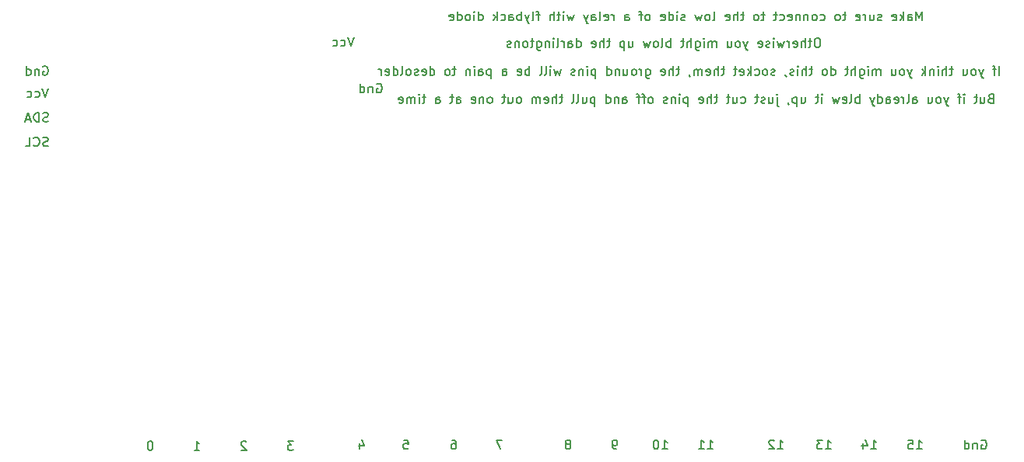
<source format=gbo>
%TF.GenerationSoftware,KiCad,Pcbnew,(6.0.0)*%
%TF.CreationDate,2022-10-09T23:31:42-04:00*%
%TF.ProjectId,i2c darlington,69326320-6461-4726-9c69-6e67746f6e2e,rev?*%
%TF.SameCoordinates,Original*%
%TF.FileFunction,Legend,Bot*%
%TF.FilePolarity,Positive*%
%FSLAX46Y46*%
G04 Gerber Fmt 4.6, Leading zero omitted, Abs format (unit mm)*
G04 Created by KiCad (PCBNEW (6.0.0)) date 2022-10-09 23:31:42*
%MOMM*%
%LPD*%
G01*
G04 APERTURE LIST*
%ADD10C,0.150000*%
%ADD11R,1.700000X1.700000*%
%ADD12R,1.600000X1.600000*%
%ADD13O,1.600000X1.600000*%
%ADD14O,1.700000X1.700000*%
%ADD15R,2.600000X2.600000*%
%ADD16C,2.600000*%
%ADD17C,3.200000*%
G04 APERTURE END LIST*
D10*
X58102523Y-167933714D02*
X58102523Y-168600380D01*
X58340619Y-167552761D02*
X58578714Y-168267047D01*
X57959666Y-168267047D01*
X126765809Y-130357571D02*
X126622952Y-130405190D01*
X126575333Y-130452809D01*
X126527714Y-130548047D01*
X126527714Y-130690904D01*
X126575333Y-130786142D01*
X126622952Y-130833761D01*
X126718190Y-130881380D01*
X127099142Y-130881380D01*
X127099142Y-129881380D01*
X126765809Y-129881380D01*
X126670571Y-129929000D01*
X126622952Y-129976619D01*
X126575333Y-130071857D01*
X126575333Y-130167095D01*
X126622952Y-130262333D01*
X126670571Y-130309952D01*
X126765809Y-130357571D01*
X127099142Y-130357571D01*
X125670571Y-130214714D02*
X125670571Y-130881380D01*
X126099142Y-130214714D02*
X126099142Y-130738523D01*
X126051523Y-130833761D01*
X125956285Y-130881380D01*
X125813428Y-130881380D01*
X125718190Y-130833761D01*
X125670571Y-130786142D01*
X125337238Y-130214714D02*
X124956285Y-130214714D01*
X125194380Y-129881380D02*
X125194380Y-130738523D01*
X125146761Y-130833761D01*
X125051523Y-130881380D01*
X124956285Y-130881380D01*
X123861047Y-130881380D02*
X123861047Y-130214714D01*
X123861047Y-129881380D02*
X123908666Y-129929000D01*
X123861047Y-129976619D01*
X123813428Y-129929000D01*
X123861047Y-129881380D01*
X123861047Y-129976619D01*
X123527714Y-130214714D02*
X123146761Y-130214714D01*
X123384857Y-130881380D02*
X123384857Y-130024238D01*
X123337238Y-129929000D01*
X123241999Y-129881380D01*
X123146761Y-129881380D01*
X122146761Y-130214714D02*
X121908666Y-130881380D01*
X121670571Y-130214714D02*
X121908666Y-130881380D01*
X122003904Y-131119476D01*
X122051523Y-131167095D01*
X122146761Y-131214714D01*
X121146761Y-130881380D02*
X121241999Y-130833761D01*
X121289619Y-130786142D01*
X121337238Y-130690904D01*
X121337238Y-130405190D01*
X121289619Y-130309952D01*
X121241999Y-130262333D01*
X121146761Y-130214714D01*
X121003904Y-130214714D01*
X120908666Y-130262333D01*
X120861047Y-130309952D01*
X120813428Y-130405190D01*
X120813428Y-130690904D01*
X120861047Y-130786142D01*
X120908666Y-130833761D01*
X121003904Y-130881380D01*
X121146761Y-130881380D01*
X119956285Y-130214714D02*
X119956285Y-130881380D01*
X120384857Y-130214714D02*
X120384857Y-130738523D01*
X120337238Y-130833761D01*
X120241999Y-130881380D01*
X120099142Y-130881380D01*
X120003904Y-130833761D01*
X119956285Y-130786142D01*
X118289619Y-130881380D02*
X118289619Y-130357571D01*
X118337238Y-130262333D01*
X118432476Y-130214714D01*
X118622952Y-130214714D01*
X118718190Y-130262333D01*
X118289619Y-130833761D02*
X118384857Y-130881380D01*
X118622952Y-130881380D01*
X118718190Y-130833761D01*
X118765809Y-130738523D01*
X118765809Y-130643285D01*
X118718190Y-130548047D01*
X118622952Y-130500428D01*
X118384857Y-130500428D01*
X118289619Y-130452809D01*
X117670571Y-130881380D02*
X117765809Y-130833761D01*
X117813428Y-130738523D01*
X117813428Y-129881380D01*
X117289619Y-130881380D02*
X117289619Y-130214714D01*
X117289619Y-130405190D02*
X117242000Y-130309952D01*
X117194380Y-130262333D01*
X117099142Y-130214714D01*
X117003904Y-130214714D01*
X116289619Y-130833761D02*
X116384857Y-130881380D01*
X116575333Y-130881380D01*
X116670571Y-130833761D01*
X116718190Y-130738523D01*
X116718190Y-130357571D01*
X116670571Y-130262333D01*
X116575333Y-130214714D01*
X116384857Y-130214714D01*
X116289619Y-130262333D01*
X116242000Y-130357571D01*
X116242000Y-130452809D01*
X116718190Y-130548047D01*
X115384857Y-130881380D02*
X115384857Y-130357571D01*
X115432476Y-130262333D01*
X115527714Y-130214714D01*
X115718190Y-130214714D01*
X115813428Y-130262333D01*
X115384857Y-130833761D02*
X115480095Y-130881380D01*
X115718190Y-130881380D01*
X115813428Y-130833761D01*
X115861047Y-130738523D01*
X115861047Y-130643285D01*
X115813428Y-130548047D01*
X115718190Y-130500428D01*
X115480095Y-130500428D01*
X115384857Y-130452809D01*
X114480095Y-130881380D02*
X114480095Y-129881380D01*
X114480095Y-130833761D02*
X114575333Y-130881380D01*
X114765809Y-130881380D01*
X114861047Y-130833761D01*
X114908666Y-130786142D01*
X114956285Y-130690904D01*
X114956285Y-130405190D01*
X114908666Y-130309952D01*
X114861047Y-130262333D01*
X114765809Y-130214714D01*
X114575333Y-130214714D01*
X114480095Y-130262333D01*
X114099142Y-130214714D02*
X113861047Y-130881380D01*
X113622952Y-130214714D02*
X113861047Y-130881380D01*
X113956285Y-131119476D01*
X114003904Y-131167095D01*
X114099142Y-131214714D01*
X112480095Y-130881380D02*
X112480095Y-129881380D01*
X112480095Y-130262333D02*
X112384857Y-130214714D01*
X112194380Y-130214714D01*
X112099142Y-130262333D01*
X112051523Y-130309952D01*
X112003904Y-130405190D01*
X112003904Y-130690904D01*
X112051523Y-130786142D01*
X112099142Y-130833761D01*
X112194380Y-130881380D01*
X112384857Y-130881380D01*
X112480095Y-130833761D01*
X111432476Y-130881380D02*
X111527714Y-130833761D01*
X111575333Y-130738523D01*
X111575333Y-129881380D01*
X110670571Y-130833761D02*
X110765809Y-130881380D01*
X110956285Y-130881380D01*
X111051523Y-130833761D01*
X111099142Y-130738523D01*
X111099142Y-130357571D01*
X111051523Y-130262333D01*
X110956285Y-130214714D01*
X110765809Y-130214714D01*
X110670571Y-130262333D01*
X110622952Y-130357571D01*
X110622952Y-130452809D01*
X111099142Y-130548047D01*
X110289619Y-130214714D02*
X110099142Y-130881380D01*
X109908666Y-130405190D01*
X109718190Y-130881380D01*
X109527714Y-130214714D01*
X108384857Y-130881380D02*
X108384857Y-130214714D01*
X108384857Y-129881380D02*
X108432476Y-129929000D01*
X108384857Y-129976619D01*
X108337238Y-129929000D01*
X108384857Y-129881380D01*
X108384857Y-129976619D01*
X108051523Y-130214714D02*
X107670571Y-130214714D01*
X107908666Y-129881380D02*
X107908666Y-130738523D01*
X107861047Y-130833761D01*
X107765809Y-130881380D01*
X107670571Y-130881380D01*
X106146761Y-130214714D02*
X106146761Y-130881380D01*
X106575333Y-130214714D02*
X106575333Y-130738523D01*
X106527714Y-130833761D01*
X106432476Y-130881380D01*
X106289619Y-130881380D01*
X106194380Y-130833761D01*
X106146761Y-130786142D01*
X105670571Y-130214714D02*
X105670571Y-131214714D01*
X105670571Y-130262333D02*
X105575333Y-130214714D01*
X105384857Y-130214714D01*
X105289619Y-130262333D01*
X105242000Y-130309952D01*
X105194380Y-130405190D01*
X105194380Y-130690904D01*
X105242000Y-130786142D01*
X105289619Y-130833761D01*
X105384857Y-130881380D01*
X105575333Y-130881380D01*
X105670571Y-130833761D01*
X104718190Y-130833761D02*
X104718190Y-130881380D01*
X104765809Y-130976619D01*
X104813428Y-131024238D01*
X103527714Y-130214714D02*
X103527714Y-131071857D01*
X103575333Y-131167095D01*
X103670571Y-131214714D01*
X103718190Y-131214714D01*
X103527714Y-129881380D02*
X103575333Y-129929000D01*
X103527714Y-129976619D01*
X103480095Y-129929000D01*
X103527714Y-129881380D01*
X103527714Y-129976619D01*
X102622952Y-130214714D02*
X102622952Y-130881380D01*
X103051523Y-130214714D02*
X103051523Y-130738523D01*
X103003904Y-130833761D01*
X102908666Y-130881380D01*
X102765809Y-130881380D01*
X102670571Y-130833761D01*
X102622952Y-130786142D01*
X102194380Y-130833761D02*
X102099142Y-130881380D01*
X101908666Y-130881380D01*
X101813428Y-130833761D01*
X101765809Y-130738523D01*
X101765809Y-130690904D01*
X101813428Y-130595666D01*
X101908666Y-130548047D01*
X102051523Y-130548047D01*
X102146761Y-130500428D01*
X102194380Y-130405190D01*
X102194380Y-130357571D01*
X102146761Y-130262333D01*
X102051523Y-130214714D01*
X101908666Y-130214714D01*
X101813428Y-130262333D01*
X101480095Y-130214714D02*
X101099142Y-130214714D01*
X101337238Y-129881380D02*
X101337238Y-130738523D01*
X101289619Y-130833761D01*
X101194380Y-130881380D01*
X101099142Y-130881380D01*
X99575333Y-130833761D02*
X99670571Y-130881380D01*
X99861047Y-130881380D01*
X99956285Y-130833761D01*
X100003904Y-130786142D01*
X100051523Y-130690904D01*
X100051523Y-130405190D01*
X100003904Y-130309952D01*
X99956285Y-130262333D01*
X99861047Y-130214714D01*
X99670571Y-130214714D01*
X99575333Y-130262333D01*
X98718190Y-130214714D02*
X98718190Y-130881380D01*
X99146761Y-130214714D02*
X99146761Y-130738523D01*
X99099142Y-130833761D01*
X99003904Y-130881380D01*
X98861047Y-130881380D01*
X98765809Y-130833761D01*
X98718190Y-130786142D01*
X98384857Y-130214714D02*
X98003904Y-130214714D01*
X98242000Y-129881380D02*
X98242000Y-130738523D01*
X98194380Y-130833761D01*
X98099142Y-130881380D01*
X98003904Y-130881380D01*
X97051523Y-130214714D02*
X96670571Y-130214714D01*
X96908666Y-129881380D02*
X96908666Y-130738523D01*
X96861047Y-130833761D01*
X96765809Y-130881380D01*
X96670571Y-130881380D01*
X96337238Y-130881380D02*
X96337238Y-129881380D01*
X95908666Y-130881380D02*
X95908666Y-130357571D01*
X95956285Y-130262333D01*
X96051523Y-130214714D01*
X96194380Y-130214714D01*
X96289619Y-130262333D01*
X96337238Y-130309952D01*
X95051523Y-130833761D02*
X95146761Y-130881380D01*
X95337238Y-130881380D01*
X95432476Y-130833761D01*
X95480095Y-130738523D01*
X95480095Y-130357571D01*
X95432476Y-130262333D01*
X95337238Y-130214714D01*
X95146761Y-130214714D01*
X95051523Y-130262333D01*
X95003904Y-130357571D01*
X95003904Y-130452809D01*
X95480095Y-130548047D01*
X93813428Y-130214714D02*
X93813428Y-131214714D01*
X93813428Y-130262333D02*
X93718190Y-130214714D01*
X93527714Y-130214714D01*
X93432476Y-130262333D01*
X93384857Y-130309952D01*
X93337238Y-130405190D01*
X93337238Y-130690904D01*
X93384857Y-130786142D01*
X93432476Y-130833761D01*
X93527714Y-130881380D01*
X93718190Y-130881380D01*
X93813428Y-130833761D01*
X92908666Y-130881380D02*
X92908666Y-130214714D01*
X92908666Y-129881380D02*
X92956285Y-129929000D01*
X92908666Y-129976619D01*
X92861047Y-129929000D01*
X92908666Y-129881380D01*
X92908666Y-129976619D01*
X92432476Y-130214714D02*
X92432476Y-130881380D01*
X92432476Y-130309952D02*
X92384857Y-130262333D01*
X92289619Y-130214714D01*
X92146761Y-130214714D01*
X92051523Y-130262333D01*
X92003904Y-130357571D01*
X92003904Y-130881380D01*
X91575333Y-130833761D02*
X91480095Y-130881380D01*
X91289619Y-130881380D01*
X91194380Y-130833761D01*
X91146761Y-130738523D01*
X91146761Y-130690904D01*
X91194380Y-130595666D01*
X91289619Y-130548047D01*
X91432476Y-130548047D01*
X91527714Y-130500428D01*
X91575333Y-130405190D01*
X91575333Y-130357571D01*
X91527714Y-130262333D01*
X91432476Y-130214714D01*
X91289619Y-130214714D01*
X91194380Y-130262333D01*
X89813428Y-130881380D02*
X89908666Y-130833761D01*
X89956285Y-130786142D01*
X90003904Y-130690904D01*
X90003904Y-130405190D01*
X89956285Y-130309952D01*
X89908666Y-130262333D01*
X89813428Y-130214714D01*
X89670571Y-130214714D01*
X89575333Y-130262333D01*
X89527714Y-130309952D01*
X89480095Y-130405190D01*
X89480095Y-130690904D01*
X89527714Y-130786142D01*
X89575333Y-130833761D01*
X89670571Y-130881380D01*
X89813428Y-130881380D01*
X89194380Y-130214714D02*
X88813428Y-130214714D01*
X89051523Y-130881380D02*
X89051523Y-130024238D01*
X89003904Y-129929000D01*
X88908666Y-129881380D01*
X88813428Y-129881380D01*
X88622952Y-130214714D02*
X88242000Y-130214714D01*
X88480095Y-130881380D02*
X88480095Y-130024238D01*
X88432476Y-129929000D01*
X88337238Y-129881380D01*
X88242000Y-129881380D01*
X86718190Y-130881380D02*
X86718190Y-130357571D01*
X86765809Y-130262333D01*
X86861047Y-130214714D01*
X87051523Y-130214714D01*
X87146761Y-130262333D01*
X86718190Y-130833761D02*
X86813428Y-130881380D01*
X87051523Y-130881380D01*
X87146761Y-130833761D01*
X87194380Y-130738523D01*
X87194380Y-130643285D01*
X87146761Y-130548047D01*
X87051523Y-130500428D01*
X86813428Y-130500428D01*
X86718190Y-130452809D01*
X86242000Y-130214714D02*
X86242000Y-130881380D01*
X86242000Y-130309952D02*
X86194380Y-130262333D01*
X86099142Y-130214714D01*
X85956285Y-130214714D01*
X85861047Y-130262333D01*
X85813428Y-130357571D01*
X85813428Y-130881380D01*
X84908666Y-130881380D02*
X84908666Y-129881380D01*
X84908666Y-130833761D02*
X85003904Y-130881380D01*
X85194380Y-130881380D01*
X85289619Y-130833761D01*
X85337238Y-130786142D01*
X85384857Y-130690904D01*
X85384857Y-130405190D01*
X85337238Y-130309952D01*
X85289619Y-130262333D01*
X85194380Y-130214714D01*
X85003904Y-130214714D01*
X84908666Y-130262333D01*
X83670571Y-130214714D02*
X83670571Y-131214714D01*
X83670571Y-130262333D02*
X83575333Y-130214714D01*
X83384857Y-130214714D01*
X83289619Y-130262333D01*
X83242000Y-130309952D01*
X83194380Y-130405190D01*
X83194380Y-130690904D01*
X83242000Y-130786142D01*
X83289619Y-130833761D01*
X83384857Y-130881380D01*
X83575333Y-130881380D01*
X83670571Y-130833761D01*
X82337238Y-130214714D02*
X82337238Y-130881380D01*
X82765809Y-130214714D02*
X82765809Y-130738523D01*
X82718190Y-130833761D01*
X82622952Y-130881380D01*
X82480095Y-130881380D01*
X82384857Y-130833761D01*
X82337238Y-130786142D01*
X81718190Y-130881380D02*
X81813428Y-130833761D01*
X81861047Y-130738523D01*
X81861047Y-129881380D01*
X81194380Y-130881380D02*
X81289619Y-130833761D01*
X81337238Y-130738523D01*
X81337238Y-129881380D01*
X80194380Y-130214714D02*
X79813428Y-130214714D01*
X80051523Y-129881380D02*
X80051523Y-130738523D01*
X80003904Y-130833761D01*
X79908666Y-130881380D01*
X79813428Y-130881380D01*
X79480095Y-130881380D02*
X79480095Y-129881380D01*
X79051523Y-130881380D02*
X79051523Y-130357571D01*
X79099142Y-130262333D01*
X79194380Y-130214714D01*
X79337238Y-130214714D01*
X79432476Y-130262333D01*
X79480095Y-130309952D01*
X78194380Y-130833761D02*
X78289619Y-130881380D01*
X78480095Y-130881380D01*
X78575333Y-130833761D01*
X78622952Y-130738523D01*
X78622952Y-130357571D01*
X78575333Y-130262333D01*
X78480095Y-130214714D01*
X78289619Y-130214714D01*
X78194380Y-130262333D01*
X78146761Y-130357571D01*
X78146761Y-130452809D01*
X78622952Y-130548047D01*
X77718190Y-130881380D02*
X77718190Y-130214714D01*
X77718190Y-130309952D02*
X77670571Y-130262333D01*
X77575333Y-130214714D01*
X77432476Y-130214714D01*
X77337238Y-130262333D01*
X77289619Y-130357571D01*
X77289619Y-130881380D01*
X77289619Y-130357571D02*
X77242000Y-130262333D01*
X77146761Y-130214714D01*
X77003904Y-130214714D01*
X76908666Y-130262333D01*
X76861047Y-130357571D01*
X76861047Y-130881380D01*
X75480095Y-130881380D02*
X75575333Y-130833761D01*
X75622952Y-130786142D01*
X75670571Y-130690904D01*
X75670571Y-130405190D01*
X75622952Y-130309952D01*
X75575333Y-130262333D01*
X75480095Y-130214714D01*
X75337238Y-130214714D01*
X75242000Y-130262333D01*
X75194380Y-130309952D01*
X75146761Y-130405190D01*
X75146761Y-130690904D01*
X75194380Y-130786142D01*
X75242000Y-130833761D01*
X75337238Y-130881380D01*
X75480095Y-130881380D01*
X74289619Y-130214714D02*
X74289619Y-130881380D01*
X74718190Y-130214714D02*
X74718190Y-130738523D01*
X74670571Y-130833761D01*
X74575333Y-130881380D01*
X74432476Y-130881380D01*
X74337238Y-130833761D01*
X74289619Y-130786142D01*
X73956285Y-130214714D02*
X73575333Y-130214714D01*
X73813428Y-129881380D02*
X73813428Y-130738523D01*
X73765809Y-130833761D01*
X73670571Y-130881380D01*
X73575333Y-130881380D01*
X72337238Y-130881380D02*
X72432476Y-130833761D01*
X72480095Y-130786142D01*
X72527714Y-130690904D01*
X72527714Y-130405190D01*
X72480095Y-130309952D01*
X72432476Y-130262333D01*
X72337238Y-130214714D01*
X72194380Y-130214714D01*
X72099142Y-130262333D01*
X72051523Y-130309952D01*
X72003904Y-130405190D01*
X72003904Y-130690904D01*
X72051523Y-130786142D01*
X72099142Y-130833761D01*
X72194380Y-130881380D01*
X72337238Y-130881380D01*
X71575333Y-130214714D02*
X71575333Y-130881380D01*
X71575333Y-130309952D02*
X71527714Y-130262333D01*
X71432476Y-130214714D01*
X71289619Y-130214714D01*
X71194380Y-130262333D01*
X71146761Y-130357571D01*
X71146761Y-130881380D01*
X70289619Y-130833761D02*
X70384857Y-130881380D01*
X70575333Y-130881380D01*
X70670571Y-130833761D01*
X70718190Y-130738523D01*
X70718190Y-130357571D01*
X70670571Y-130262333D01*
X70575333Y-130214714D01*
X70384857Y-130214714D01*
X70289619Y-130262333D01*
X70242000Y-130357571D01*
X70242000Y-130452809D01*
X70718190Y-130548047D01*
X68622952Y-130881380D02*
X68622952Y-130357571D01*
X68670571Y-130262333D01*
X68765809Y-130214714D01*
X68956285Y-130214714D01*
X69051523Y-130262333D01*
X68622952Y-130833761D02*
X68718190Y-130881380D01*
X68956285Y-130881380D01*
X69051523Y-130833761D01*
X69099142Y-130738523D01*
X69099142Y-130643285D01*
X69051523Y-130548047D01*
X68956285Y-130500428D01*
X68718190Y-130500428D01*
X68622952Y-130452809D01*
X68289619Y-130214714D02*
X67908666Y-130214714D01*
X68146761Y-129881380D02*
X68146761Y-130738523D01*
X68099142Y-130833761D01*
X68003904Y-130881380D01*
X67908666Y-130881380D01*
X66384857Y-130881380D02*
X66384857Y-130357571D01*
X66432476Y-130262333D01*
X66527714Y-130214714D01*
X66718190Y-130214714D01*
X66813428Y-130262333D01*
X66384857Y-130833761D02*
X66480095Y-130881380D01*
X66718190Y-130881380D01*
X66813428Y-130833761D01*
X66861047Y-130738523D01*
X66861047Y-130643285D01*
X66813428Y-130548047D01*
X66718190Y-130500428D01*
X66480095Y-130500428D01*
X66384857Y-130452809D01*
X65289619Y-130214714D02*
X64908666Y-130214714D01*
X65146761Y-129881380D02*
X65146761Y-130738523D01*
X65099142Y-130833761D01*
X65003904Y-130881380D01*
X64908666Y-130881380D01*
X64575333Y-130881380D02*
X64575333Y-130214714D01*
X64575333Y-129881380D02*
X64622952Y-129929000D01*
X64575333Y-129976619D01*
X64527714Y-129929000D01*
X64575333Y-129881380D01*
X64575333Y-129976619D01*
X64099142Y-130881380D02*
X64099142Y-130214714D01*
X64099142Y-130309952D02*
X64051523Y-130262333D01*
X63956285Y-130214714D01*
X63813428Y-130214714D01*
X63718190Y-130262333D01*
X63670571Y-130357571D01*
X63670571Y-130881380D01*
X63670571Y-130357571D02*
X63622952Y-130262333D01*
X63527714Y-130214714D01*
X63384857Y-130214714D01*
X63289619Y-130262333D01*
X63242000Y-130357571D01*
X63242000Y-130881380D01*
X62384857Y-130833761D02*
X62480095Y-130881380D01*
X62670571Y-130881380D01*
X62765809Y-130833761D01*
X62813428Y-130738523D01*
X62813428Y-130357571D01*
X62765809Y-130262333D01*
X62670571Y-130214714D01*
X62480095Y-130214714D01*
X62384857Y-130262333D01*
X62337238Y-130357571D01*
X62337238Y-130452809D01*
X62813428Y-130548047D01*
X24190476Y-135532761D02*
X24047619Y-135580380D01*
X23809523Y-135580380D01*
X23714285Y-135532761D01*
X23666666Y-135485142D01*
X23619047Y-135389904D01*
X23619047Y-135294666D01*
X23666666Y-135199428D01*
X23714285Y-135151809D01*
X23809523Y-135104190D01*
X24000000Y-135056571D01*
X24095238Y-135008952D01*
X24142857Y-134961333D01*
X24190476Y-134866095D01*
X24190476Y-134770857D01*
X24142857Y-134675619D01*
X24095238Y-134628000D01*
X24000000Y-134580380D01*
X23761904Y-134580380D01*
X23619047Y-134628000D01*
X22619047Y-135485142D02*
X22666666Y-135532761D01*
X22809523Y-135580380D01*
X22904761Y-135580380D01*
X23047619Y-135532761D01*
X23142857Y-135437523D01*
X23190476Y-135342285D01*
X23238095Y-135151809D01*
X23238095Y-135008952D01*
X23190476Y-134818476D01*
X23142857Y-134723238D01*
X23047619Y-134628000D01*
X22904761Y-134580380D01*
X22809523Y-134580380D01*
X22666666Y-134628000D01*
X22619047Y-134675619D01*
X21714285Y-135580380D02*
X22190476Y-135580380D01*
X22190476Y-134580380D01*
X68135523Y-167600380D02*
X68326000Y-167600380D01*
X68421238Y-167648000D01*
X68468857Y-167695619D01*
X68564095Y-167838476D01*
X68611714Y-168028952D01*
X68611714Y-168409904D01*
X68564095Y-168505142D01*
X68516476Y-168552761D01*
X68421238Y-168600380D01*
X68230761Y-168600380D01*
X68135523Y-168552761D01*
X68087904Y-168505142D01*
X68040285Y-168409904D01*
X68040285Y-168171809D01*
X68087904Y-168076571D01*
X68135523Y-168028952D01*
X68230761Y-167981333D01*
X68421238Y-167981333D01*
X68516476Y-168028952D01*
X68564095Y-168076571D01*
X68611714Y-168171809D01*
X45751714Y-167822619D02*
X45704095Y-167775000D01*
X45608857Y-167727380D01*
X45370761Y-167727380D01*
X45275523Y-167775000D01*
X45227904Y-167822619D01*
X45180285Y-167917857D01*
X45180285Y-168013095D01*
X45227904Y-168155952D01*
X45799333Y-168727380D01*
X45180285Y-168727380D01*
X24214285Y-132865761D02*
X24071428Y-132913380D01*
X23833333Y-132913380D01*
X23738095Y-132865761D01*
X23690476Y-132818142D01*
X23642857Y-132722904D01*
X23642857Y-132627666D01*
X23690476Y-132532428D01*
X23738095Y-132484809D01*
X23833333Y-132437190D01*
X24023809Y-132389571D01*
X24119047Y-132341952D01*
X24166666Y-132294333D01*
X24214285Y-132199095D01*
X24214285Y-132103857D01*
X24166666Y-132008619D01*
X24119047Y-131961000D01*
X24023809Y-131913380D01*
X23785714Y-131913380D01*
X23642857Y-131961000D01*
X23214285Y-132913380D02*
X23214285Y-131913380D01*
X22976190Y-131913380D01*
X22833333Y-131961000D01*
X22738095Y-132056238D01*
X22690476Y-132151476D01*
X22642857Y-132341952D01*
X22642857Y-132484809D01*
X22690476Y-132675285D01*
X22738095Y-132770523D01*
X22833333Y-132865761D01*
X22976190Y-132913380D01*
X23214285Y-132913380D01*
X22261904Y-132627666D02*
X21785714Y-132627666D01*
X22357142Y-132913380D02*
X22023809Y-131913380D01*
X21690476Y-132913380D01*
X23642857Y-126881000D02*
X23738095Y-126833380D01*
X23880952Y-126833380D01*
X24023809Y-126881000D01*
X24119047Y-126976238D01*
X24166666Y-127071476D01*
X24214285Y-127261952D01*
X24214285Y-127404809D01*
X24166666Y-127595285D01*
X24119047Y-127690523D01*
X24023809Y-127785761D01*
X23880952Y-127833380D01*
X23785714Y-127833380D01*
X23642857Y-127785761D01*
X23595238Y-127738142D01*
X23595238Y-127404809D01*
X23785714Y-127404809D01*
X23166666Y-127166714D02*
X23166666Y-127833380D01*
X23166666Y-127261952D02*
X23119047Y-127214333D01*
X23023809Y-127166714D01*
X22880952Y-127166714D01*
X22785714Y-127214333D01*
X22738095Y-127309571D01*
X22738095Y-127833380D01*
X21833333Y-127833380D02*
X21833333Y-126833380D01*
X21833333Y-127785761D02*
X21928571Y-127833380D01*
X22119047Y-127833380D01*
X22214285Y-127785761D01*
X22261904Y-127738142D01*
X22309523Y-127642904D01*
X22309523Y-127357190D01*
X22261904Y-127261952D01*
X22214285Y-127214333D01*
X22119047Y-127166714D01*
X21928571Y-127166714D01*
X21833333Y-127214333D01*
X50879333Y-167727380D02*
X50260285Y-167727380D01*
X50593619Y-168108333D01*
X50450761Y-168108333D01*
X50355523Y-168155952D01*
X50307904Y-168203571D01*
X50260285Y-168298809D01*
X50260285Y-168536904D01*
X50307904Y-168632142D01*
X50355523Y-168679761D01*
X50450761Y-168727380D01*
X50736476Y-168727380D01*
X50831714Y-168679761D01*
X50879333Y-168632142D01*
X95948476Y-168600380D02*
X96519904Y-168600380D01*
X96234190Y-168600380D02*
X96234190Y-167600380D01*
X96329428Y-167743238D01*
X96424666Y-167838476D01*
X96519904Y-167886095D01*
X94996095Y-168600380D02*
X95567523Y-168600380D01*
X95281809Y-168600380D02*
X95281809Y-167600380D01*
X95377047Y-167743238D01*
X95472285Y-167838476D01*
X95567523Y-167886095D01*
X119313285Y-121864380D02*
X119313285Y-120864380D01*
X118979952Y-121578666D01*
X118646619Y-120864380D01*
X118646619Y-121864380D01*
X117741857Y-121864380D02*
X117741857Y-121340571D01*
X117789476Y-121245333D01*
X117884714Y-121197714D01*
X118075190Y-121197714D01*
X118170428Y-121245333D01*
X117741857Y-121816761D02*
X117837095Y-121864380D01*
X118075190Y-121864380D01*
X118170428Y-121816761D01*
X118218047Y-121721523D01*
X118218047Y-121626285D01*
X118170428Y-121531047D01*
X118075190Y-121483428D01*
X117837095Y-121483428D01*
X117741857Y-121435809D01*
X117265666Y-121864380D02*
X117265666Y-120864380D01*
X117170428Y-121483428D02*
X116884714Y-121864380D01*
X116884714Y-121197714D02*
X117265666Y-121578666D01*
X116075190Y-121816761D02*
X116170428Y-121864380D01*
X116360904Y-121864380D01*
X116456142Y-121816761D01*
X116503761Y-121721523D01*
X116503761Y-121340571D01*
X116456142Y-121245333D01*
X116360904Y-121197714D01*
X116170428Y-121197714D01*
X116075190Y-121245333D01*
X116027571Y-121340571D01*
X116027571Y-121435809D01*
X116503761Y-121531047D01*
X114884714Y-121816761D02*
X114789476Y-121864380D01*
X114599000Y-121864380D01*
X114503761Y-121816761D01*
X114456142Y-121721523D01*
X114456142Y-121673904D01*
X114503761Y-121578666D01*
X114599000Y-121531047D01*
X114741857Y-121531047D01*
X114837095Y-121483428D01*
X114884714Y-121388190D01*
X114884714Y-121340571D01*
X114837095Y-121245333D01*
X114741857Y-121197714D01*
X114599000Y-121197714D01*
X114503761Y-121245333D01*
X113599000Y-121197714D02*
X113599000Y-121864380D01*
X114027571Y-121197714D02*
X114027571Y-121721523D01*
X113979952Y-121816761D01*
X113884714Y-121864380D01*
X113741857Y-121864380D01*
X113646619Y-121816761D01*
X113599000Y-121769142D01*
X113122809Y-121864380D02*
X113122809Y-121197714D01*
X113122809Y-121388190D02*
X113075190Y-121292952D01*
X113027571Y-121245333D01*
X112932333Y-121197714D01*
X112837095Y-121197714D01*
X112122809Y-121816761D02*
X112218047Y-121864380D01*
X112408523Y-121864380D01*
X112503761Y-121816761D01*
X112551380Y-121721523D01*
X112551380Y-121340571D01*
X112503761Y-121245333D01*
X112408523Y-121197714D01*
X112218047Y-121197714D01*
X112122809Y-121245333D01*
X112075190Y-121340571D01*
X112075190Y-121435809D01*
X112551380Y-121531047D01*
X111027571Y-121197714D02*
X110646619Y-121197714D01*
X110884714Y-120864380D02*
X110884714Y-121721523D01*
X110837095Y-121816761D01*
X110741857Y-121864380D01*
X110646619Y-121864380D01*
X110170428Y-121864380D02*
X110265666Y-121816761D01*
X110313285Y-121769142D01*
X110360904Y-121673904D01*
X110360904Y-121388190D01*
X110313285Y-121292952D01*
X110265666Y-121245333D01*
X110170428Y-121197714D01*
X110027571Y-121197714D01*
X109932333Y-121245333D01*
X109884714Y-121292952D01*
X109837095Y-121388190D01*
X109837095Y-121673904D01*
X109884714Y-121769142D01*
X109932333Y-121816761D01*
X110027571Y-121864380D01*
X110170428Y-121864380D01*
X108218047Y-121816761D02*
X108313285Y-121864380D01*
X108503761Y-121864380D01*
X108599000Y-121816761D01*
X108646619Y-121769142D01*
X108694238Y-121673904D01*
X108694238Y-121388190D01*
X108646619Y-121292952D01*
X108599000Y-121245333D01*
X108503761Y-121197714D01*
X108313285Y-121197714D01*
X108218047Y-121245333D01*
X107646619Y-121864380D02*
X107741857Y-121816761D01*
X107789476Y-121769142D01*
X107837095Y-121673904D01*
X107837095Y-121388190D01*
X107789476Y-121292952D01*
X107741857Y-121245333D01*
X107646619Y-121197714D01*
X107503761Y-121197714D01*
X107408523Y-121245333D01*
X107360904Y-121292952D01*
X107313285Y-121388190D01*
X107313285Y-121673904D01*
X107360904Y-121769142D01*
X107408523Y-121816761D01*
X107503761Y-121864380D01*
X107646619Y-121864380D01*
X106884714Y-121197714D02*
X106884714Y-121864380D01*
X106884714Y-121292952D02*
X106837095Y-121245333D01*
X106741857Y-121197714D01*
X106599000Y-121197714D01*
X106503761Y-121245333D01*
X106456142Y-121340571D01*
X106456142Y-121864380D01*
X105979952Y-121197714D02*
X105979952Y-121864380D01*
X105979952Y-121292952D02*
X105932333Y-121245333D01*
X105837095Y-121197714D01*
X105694238Y-121197714D01*
X105599000Y-121245333D01*
X105551380Y-121340571D01*
X105551380Y-121864380D01*
X104694238Y-121816761D02*
X104789476Y-121864380D01*
X104979952Y-121864380D01*
X105075190Y-121816761D01*
X105122809Y-121721523D01*
X105122809Y-121340571D01*
X105075190Y-121245333D01*
X104979952Y-121197714D01*
X104789476Y-121197714D01*
X104694238Y-121245333D01*
X104646619Y-121340571D01*
X104646619Y-121435809D01*
X105122809Y-121531047D01*
X103789476Y-121816761D02*
X103884714Y-121864380D01*
X104075190Y-121864380D01*
X104170428Y-121816761D01*
X104218047Y-121769142D01*
X104265666Y-121673904D01*
X104265666Y-121388190D01*
X104218047Y-121292952D01*
X104170428Y-121245333D01*
X104075190Y-121197714D01*
X103884714Y-121197714D01*
X103789476Y-121245333D01*
X103503761Y-121197714D02*
X103122809Y-121197714D01*
X103360904Y-120864380D02*
X103360904Y-121721523D01*
X103313285Y-121816761D01*
X103218047Y-121864380D01*
X103122809Y-121864380D01*
X102170428Y-121197714D02*
X101789476Y-121197714D01*
X102027571Y-120864380D02*
X102027571Y-121721523D01*
X101979952Y-121816761D01*
X101884714Y-121864380D01*
X101789476Y-121864380D01*
X101313285Y-121864380D02*
X101408523Y-121816761D01*
X101456142Y-121769142D01*
X101503761Y-121673904D01*
X101503761Y-121388190D01*
X101456142Y-121292952D01*
X101408523Y-121245333D01*
X101313285Y-121197714D01*
X101170428Y-121197714D01*
X101075190Y-121245333D01*
X101027571Y-121292952D01*
X100979952Y-121388190D01*
X100979952Y-121673904D01*
X101027571Y-121769142D01*
X101075190Y-121816761D01*
X101170428Y-121864380D01*
X101313285Y-121864380D01*
X99932333Y-121197714D02*
X99551380Y-121197714D01*
X99789476Y-120864380D02*
X99789476Y-121721523D01*
X99741857Y-121816761D01*
X99646619Y-121864380D01*
X99551380Y-121864380D01*
X99218047Y-121864380D02*
X99218047Y-120864380D01*
X98789476Y-121864380D02*
X98789476Y-121340571D01*
X98837095Y-121245333D01*
X98932333Y-121197714D01*
X99075190Y-121197714D01*
X99170428Y-121245333D01*
X99218047Y-121292952D01*
X97932333Y-121816761D02*
X98027571Y-121864380D01*
X98218047Y-121864380D01*
X98313285Y-121816761D01*
X98360904Y-121721523D01*
X98360904Y-121340571D01*
X98313285Y-121245333D01*
X98218047Y-121197714D01*
X98027571Y-121197714D01*
X97932333Y-121245333D01*
X97884714Y-121340571D01*
X97884714Y-121435809D01*
X98360904Y-121531047D01*
X96551380Y-121864380D02*
X96646619Y-121816761D01*
X96694238Y-121721523D01*
X96694238Y-120864380D01*
X96027571Y-121864380D02*
X96122809Y-121816761D01*
X96170428Y-121769142D01*
X96218047Y-121673904D01*
X96218047Y-121388190D01*
X96170428Y-121292952D01*
X96122809Y-121245333D01*
X96027571Y-121197714D01*
X95884714Y-121197714D01*
X95789476Y-121245333D01*
X95741857Y-121292952D01*
X95694238Y-121388190D01*
X95694238Y-121673904D01*
X95741857Y-121769142D01*
X95789476Y-121816761D01*
X95884714Y-121864380D01*
X96027571Y-121864380D01*
X95360904Y-121197714D02*
X95170428Y-121864380D01*
X94979952Y-121388190D01*
X94789476Y-121864380D01*
X94599000Y-121197714D01*
X93503761Y-121816761D02*
X93408523Y-121864380D01*
X93218047Y-121864380D01*
X93122809Y-121816761D01*
X93075190Y-121721523D01*
X93075190Y-121673904D01*
X93122809Y-121578666D01*
X93218047Y-121531047D01*
X93360904Y-121531047D01*
X93456142Y-121483428D01*
X93503761Y-121388190D01*
X93503761Y-121340571D01*
X93456142Y-121245333D01*
X93360904Y-121197714D01*
X93218047Y-121197714D01*
X93122809Y-121245333D01*
X92646619Y-121864380D02*
X92646619Y-121197714D01*
X92646619Y-120864380D02*
X92694238Y-120912000D01*
X92646619Y-120959619D01*
X92599000Y-120912000D01*
X92646619Y-120864380D01*
X92646619Y-120959619D01*
X91741857Y-121864380D02*
X91741857Y-120864380D01*
X91741857Y-121816761D02*
X91837095Y-121864380D01*
X92027571Y-121864380D01*
X92122809Y-121816761D01*
X92170428Y-121769142D01*
X92218047Y-121673904D01*
X92218047Y-121388190D01*
X92170428Y-121292952D01*
X92122809Y-121245333D01*
X92027571Y-121197714D01*
X91837095Y-121197714D01*
X91741857Y-121245333D01*
X90884714Y-121816761D02*
X90979952Y-121864380D01*
X91170428Y-121864380D01*
X91265666Y-121816761D01*
X91313285Y-121721523D01*
X91313285Y-121340571D01*
X91265666Y-121245333D01*
X91170428Y-121197714D01*
X90979952Y-121197714D01*
X90884714Y-121245333D01*
X90837095Y-121340571D01*
X90837095Y-121435809D01*
X91313285Y-121531047D01*
X89503761Y-121864380D02*
X89599000Y-121816761D01*
X89646619Y-121769142D01*
X89694238Y-121673904D01*
X89694238Y-121388190D01*
X89646619Y-121292952D01*
X89599000Y-121245333D01*
X89503761Y-121197714D01*
X89360904Y-121197714D01*
X89265666Y-121245333D01*
X89218047Y-121292952D01*
X89170428Y-121388190D01*
X89170428Y-121673904D01*
X89218047Y-121769142D01*
X89265666Y-121816761D01*
X89360904Y-121864380D01*
X89503761Y-121864380D01*
X88884714Y-121197714D02*
X88503761Y-121197714D01*
X88741857Y-121864380D02*
X88741857Y-121007238D01*
X88694238Y-120912000D01*
X88599000Y-120864380D01*
X88503761Y-120864380D01*
X86979952Y-121864380D02*
X86979952Y-121340571D01*
X87027571Y-121245333D01*
X87122809Y-121197714D01*
X87313285Y-121197714D01*
X87408523Y-121245333D01*
X86979952Y-121816761D02*
X87075190Y-121864380D01*
X87313285Y-121864380D01*
X87408523Y-121816761D01*
X87456142Y-121721523D01*
X87456142Y-121626285D01*
X87408523Y-121531047D01*
X87313285Y-121483428D01*
X87075190Y-121483428D01*
X86979952Y-121435809D01*
X85741857Y-121864380D02*
X85741857Y-121197714D01*
X85741857Y-121388190D02*
X85694238Y-121292952D01*
X85646619Y-121245333D01*
X85551380Y-121197714D01*
X85456142Y-121197714D01*
X84741857Y-121816761D02*
X84837095Y-121864380D01*
X85027571Y-121864380D01*
X85122809Y-121816761D01*
X85170428Y-121721523D01*
X85170428Y-121340571D01*
X85122809Y-121245333D01*
X85027571Y-121197714D01*
X84837095Y-121197714D01*
X84741857Y-121245333D01*
X84694238Y-121340571D01*
X84694238Y-121435809D01*
X85170428Y-121531047D01*
X84122809Y-121864380D02*
X84218047Y-121816761D01*
X84265666Y-121721523D01*
X84265666Y-120864380D01*
X83313285Y-121864380D02*
X83313285Y-121340571D01*
X83360904Y-121245333D01*
X83456142Y-121197714D01*
X83646619Y-121197714D01*
X83741857Y-121245333D01*
X83313285Y-121816761D02*
X83408523Y-121864380D01*
X83646619Y-121864380D01*
X83741857Y-121816761D01*
X83789476Y-121721523D01*
X83789476Y-121626285D01*
X83741857Y-121531047D01*
X83646619Y-121483428D01*
X83408523Y-121483428D01*
X83313285Y-121435809D01*
X82932333Y-121197714D02*
X82694238Y-121864380D01*
X82456142Y-121197714D02*
X82694238Y-121864380D01*
X82789476Y-122102476D01*
X82837095Y-122150095D01*
X82932333Y-122197714D01*
X81408523Y-121197714D02*
X81218047Y-121864380D01*
X81027571Y-121388190D01*
X80837095Y-121864380D01*
X80646619Y-121197714D01*
X80265666Y-121864380D02*
X80265666Y-121197714D01*
X80265666Y-120864380D02*
X80313285Y-120912000D01*
X80265666Y-120959619D01*
X80218047Y-120912000D01*
X80265666Y-120864380D01*
X80265666Y-120959619D01*
X79932333Y-121197714D02*
X79551380Y-121197714D01*
X79789476Y-120864380D02*
X79789476Y-121721523D01*
X79741857Y-121816761D01*
X79646619Y-121864380D01*
X79551380Y-121864380D01*
X79218047Y-121864380D02*
X79218047Y-120864380D01*
X78789476Y-121864380D02*
X78789476Y-121340571D01*
X78837095Y-121245333D01*
X78932333Y-121197714D01*
X79075190Y-121197714D01*
X79170428Y-121245333D01*
X79218047Y-121292952D01*
X77694238Y-121197714D02*
X77313285Y-121197714D01*
X77551380Y-121864380D02*
X77551380Y-121007238D01*
X77503761Y-120912000D01*
X77408523Y-120864380D01*
X77313285Y-120864380D01*
X76837095Y-121864380D02*
X76932333Y-121816761D01*
X76979952Y-121721523D01*
X76979952Y-120864380D01*
X76551380Y-121197714D02*
X76313285Y-121864380D01*
X76075190Y-121197714D02*
X76313285Y-121864380D01*
X76408523Y-122102476D01*
X76456142Y-122150095D01*
X76551380Y-122197714D01*
X75694238Y-121864380D02*
X75694238Y-120864380D01*
X75694238Y-121245333D02*
X75599000Y-121197714D01*
X75408523Y-121197714D01*
X75313285Y-121245333D01*
X75265666Y-121292952D01*
X75218047Y-121388190D01*
X75218047Y-121673904D01*
X75265666Y-121769142D01*
X75313285Y-121816761D01*
X75408523Y-121864380D01*
X75599000Y-121864380D01*
X75694238Y-121816761D01*
X74360904Y-121864380D02*
X74360904Y-121340571D01*
X74408523Y-121245333D01*
X74503761Y-121197714D01*
X74694238Y-121197714D01*
X74789476Y-121245333D01*
X74360904Y-121816761D02*
X74456142Y-121864380D01*
X74694238Y-121864380D01*
X74789476Y-121816761D01*
X74837095Y-121721523D01*
X74837095Y-121626285D01*
X74789476Y-121531047D01*
X74694238Y-121483428D01*
X74456142Y-121483428D01*
X74360904Y-121435809D01*
X73456142Y-121816761D02*
X73551380Y-121864380D01*
X73741857Y-121864380D01*
X73837095Y-121816761D01*
X73884714Y-121769142D01*
X73932333Y-121673904D01*
X73932333Y-121388190D01*
X73884714Y-121292952D01*
X73837095Y-121245333D01*
X73741857Y-121197714D01*
X73551380Y-121197714D01*
X73456142Y-121245333D01*
X73027571Y-121864380D02*
X73027571Y-120864380D01*
X72932333Y-121483428D02*
X72646619Y-121864380D01*
X72646619Y-121197714D02*
X73027571Y-121578666D01*
X71027571Y-121864380D02*
X71027571Y-120864380D01*
X71027571Y-121816761D02*
X71122809Y-121864380D01*
X71313285Y-121864380D01*
X71408523Y-121816761D01*
X71456142Y-121769142D01*
X71503761Y-121673904D01*
X71503761Y-121388190D01*
X71456142Y-121292952D01*
X71408523Y-121245333D01*
X71313285Y-121197714D01*
X71122809Y-121197714D01*
X71027571Y-121245333D01*
X70551380Y-121864380D02*
X70551380Y-121197714D01*
X70551380Y-120864380D02*
X70599000Y-120912000D01*
X70551380Y-120959619D01*
X70503761Y-120912000D01*
X70551380Y-120864380D01*
X70551380Y-120959619D01*
X69932333Y-121864380D02*
X70027571Y-121816761D01*
X70075190Y-121769142D01*
X70122809Y-121673904D01*
X70122809Y-121388190D01*
X70075190Y-121292952D01*
X70027571Y-121245333D01*
X69932333Y-121197714D01*
X69789476Y-121197714D01*
X69694238Y-121245333D01*
X69646619Y-121292952D01*
X69599000Y-121388190D01*
X69599000Y-121673904D01*
X69646619Y-121769142D01*
X69694238Y-121816761D01*
X69789476Y-121864380D01*
X69932333Y-121864380D01*
X68741857Y-121864380D02*
X68741857Y-120864380D01*
X68741857Y-121816761D02*
X68837095Y-121864380D01*
X69027571Y-121864380D01*
X69122809Y-121816761D01*
X69170428Y-121769142D01*
X69218047Y-121673904D01*
X69218047Y-121388190D01*
X69170428Y-121292952D01*
X69122809Y-121245333D01*
X69027571Y-121197714D01*
X68837095Y-121197714D01*
X68741857Y-121245333D01*
X67884714Y-121816761D02*
X67979952Y-121864380D01*
X68170428Y-121864380D01*
X68265666Y-121816761D01*
X68313285Y-121721523D01*
X68313285Y-121340571D01*
X68265666Y-121245333D01*
X68170428Y-121197714D01*
X67979952Y-121197714D01*
X67884714Y-121245333D01*
X67837095Y-121340571D01*
X67837095Y-121435809D01*
X68313285Y-121531047D01*
X80867238Y-168028952D02*
X80962476Y-167981333D01*
X81010095Y-167933714D01*
X81057714Y-167838476D01*
X81057714Y-167790857D01*
X81010095Y-167695619D01*
X80962476Y-167648000D01*
X80867238Y-167600380D01*
X80676761Y-167600380D01*
X80581523Y-167648000D01*
X80533904Y-167695619D01*
X80486285Y-167790857D01*
X80486285Y-167838476D01*
X80533904Y-167933714D01*
X80581523Y-167981333D01*
X80676761Y-168028952D01*
X80867238Y-168028952D01*
X80962476Y-168076571D01*
X81010095Y-168124190D01*
X81057714Y-168219428D01*
X81057714Y-168409904D01*
X81010095Y-168505142D01*
X80962476Y-168552761D01*
X80867238Y-168600380D01*
X80676761Y-168600380D01*
X80581523Y-168552761D01*
X80533904Y-168505142D01*
X80486285Y-168409904D01*
X80486285Y-168219428D01*
X80533904Y-168124190D01*
X80581523Y-168076571D01*
X80676761Y-168028952D01*
X103568476Y-168600380D02*
X104139904Y-168600380D01*
X103854190Y-168600380D02*
X103854190Y-167600380D01*
X103949428Y-167743238D01*
X104044666Y-167838476D01*
X104139904Y-167886095D01*
X103187523Y-167695619D02*
X103139904Y-167648000D01*
X103044666Y-167600380D01*
X102806571Y-167600380D01*
X102711333Y-167648000D01*
X102663714Y-167695619D01*
X102616095Y-167790857D01*
X102616095Y-167886095D01*
X102663714Y-168028952D01*
X103235142Y-168600380D01*
X102616095Y-168600380D01*
X73612333Y-167600380D02*
X72945666Y-167600380D01*
X73374238Y-168600380D01*
X113728476Y-168600380D02*
X114299904Y-168600380D01*
X114014190Y-168600380D02*
X114014190Y-167600380D01*
X114109428Y-167743238D01*
X114204666Y-167838476D01*
X114299904Y-167886095D01*
X112871333Y-167933714D02*
X112871333Y-168600380D01*
X113109428Y-167552761D02*
X113347523Y-168267047D01*
X112728476Y-168267047D01*
X24190476Y-129246380D02*
X23857142Y-130246380D01*
X23523809Y-129246380D01*
X22761904Y-130198761D02*
X22857142Y-130246380D01*
X23047619Y-130246380D01*
X23142857Y-130198761D01*
X23190476Y-130151142D01*
X23238095Y-130055904D01*
X23238095Y-129770190D01*
X23190476Y-129674952D01*
X23142857Y-129627333D01*
X23047619Y-129579714D01*
X22857142Y-129579714D01*
X22761904Y-129627333D01*
X21904761Y-130198761D02*
X22000000Y-130246380D01*
X22190476Y-130246380D01*
X22285714Y-130198761D01*
X22333333Y-130151142D01*
X22380952Y-130055904D01*
X22380952Y-129770190D01*
X22333333Y-129674952D01*
X22285714Y-129627333D01*
X22190476Y-129579714D01*
X22000000Y-129579714D01*
X21904761Y-129627333D01*
X86042476Y-168600380D02*
X85852000Y-168600380D01*
X85756761Y-168552761D01*
X85709142Y-168505142D01*
X85613904Y-168362285D01*
X85566285Y-168171809D01*
X85566285Y-167790857D01*
X85613904Y-167695619D01*
X85661523Y-167648000D01*
X85756761Y-167600380D01*
X85947238Y-167600380D01*
X86042476Y-167648000D01*
X86090095Y-167695619D01*
X86137714Y-167790857D01*
X86137714Y-168028952D01*
X86090095Y-168124190D01*
X86042476Y-168171809D01*
X85947238Y-168219428D01*
X85756761Y-168219428D01*
X85661523Y-168171809D01*
X85613904Y-168124190D01*
X85566285Y-168028952D01*
X107995523Y-123785380D02*
X107805047Y-123785380D01*
X107709809Y-123833000D01*
X107614571Y-123928238D01*
X107566952Y-124118714D01*
X107566952Y-124452047D01*
X107614571Y-124642523D01*
X107709809Y-124737761D01*
X107805047Y-124785380D01*
X107995523Y-124785380D01*
X108090761Y-124737761D01*
X108186000Y-124642523D01*
X108233619Y-124452047D01*
X108233619Y-124118714D01*
X108186000Y-123928238D01*
X108090761Y-123833000D01*
X107995523Y-123785380D01*
X107281238Y-124118714D02*
X106900285Y-124118714D01*
X107138380Y-123785380D02*
X107138380Y-124642523D01*
X107090761Y-124737761D01*
X106995523Y-124785380D01*
X106900285Y-124785380D01*
X106566952Y-124785380D02*
X106566952Y-123785380D01*
X106138380Y-124785380D02*
X106138380Y-124261571D01*
X106186000Y-124166333D01*
X106281238Y-124118714D01*
X106424095Y-124118714D01*
X106519333Y-124166333D01*
X106566952Y-124213952D01*
X105281238Y-124737761D02*
X105376476Y-124785380D01*
X105566952Y-124785380D01*
X105662190Y-124737761D01*
X105709809Y-124642523D01*
X105709809Y-124261571D01*
X105662190Y-124166333D01*
X105566952Y-124118714D01*
X105376476Y-124118714D01*
X105281238Y-124166333D01*
X105233619Y-124261571D01*
X105233619Y-124356809D01*
X105709809Y-124452047D01*
X104805047Y-124785380D02*
X104805047Y-124118714D01*
X104805047Y-124309190D02*
X104757428Y-124213952D01*
X104709809Y-124166333D01*
X104614571Y-124118714D01*
X104519333Y-124118714D01*
X104281238Y-124118714D02*
X104090761Y-124785380D01*
X103900285Y-124309190D01*
X103709809Y-124785380D01*
X103519333Y-124118714D01*
X103138380Y-124785380D02*
X103138380Y-124118714D01*
X103138380Y-123785380D02*
X103186000Y-123833000D01*
X103138380Y-123880619D01*
X103090761Y-123833000D01*
X103138380Y-123785380D01*
X103138380Y-123880619D01*
X102709809Y-124737761D02*
X102614571Y-124785380D01*
X102424095Y-124785380D01*
X102328857Y-124737761D01*
X102281238Y-124642523D01*
X102281238Y-124594904D01*
X102328857Y-124499666D01*
X102424095Y-124452047D01*
X102566952Y-124452047D01*
X102662190Y-124404428D01*
X102709809Y-124309190D01*
X102709809Y-124261571D01*
X102662190Y-124166333D01*
X102566952Y-124118714D01*
X102424095Y-124118714D01*
X102328857Y-124166333D01*
X101471714Y-124737761D02*
X101566952Y-124785380D01*
X101757428Y-124785380D01*
X101852666Y-124737761D01*
X101900285Y-124642523D01*
X101900285Y-124261571D01*
X101852666Y-124166333D01*
X101757428Y-124118714D01*
X101566952Y-124118714D01*
X101471714Y-124166333D01*
X101424095Y-124261571D01*
X101424095Y-124356809D01*
X101900285Y-124452047D01*
X100328857Y-124118714D02*
X100090761Y-124785380D01*
X99852666Y-124118714D02*
X100090761Y-124785380D01*
X100186000Y-125023476D01*
X100233619Y-125071095D01*
X100328857Y-125118714D01*
X99328857Y-124785380D02*
X99424095Y-124737761D01*
X99471714Y-124690142D01*
X99519333Y-124594904D01*
X99519333Y-124309190D01*
X99471714Y-124213952D01*
X99424095Y-124166333D01*
X99328857Y-124118714D01*
X99186000Y-124118714D01*
X99090761Y-124166333D01*
X99043142Y-124213952D01*
X98995523Y-124309190D01*
X98995523Y-124594904D01*
X99043142Y-124690142D01*
X99090761Y-124737761D01*
X99186000Y-124785380D01*
X99328857Y-124785380D01*
X98138380Y-124118714D02*
X98138380Y-124785380D01*
X98566952Y-124118714D02*
X98566952Y-124642523D01*
X98519333Y-124737761D01*
X98424095Y-124785380D01*
X98281238Y-124785380D01*
X98186000Y-124737761D01*
X98138380Y-124690142D01*
X96900285Y-124785380D02*
X96900285Y-124118714D01*
X96900285Y-124213952D02*
X96852666Y-124166333D01*
X96757428Y-124118714D01*
X96614571Y-124118714D01*
X96519333Y-124166333D01*
X96471714Y-124261571D01*
X96471714Y-124785380D01*
X96471714Y-124261571D02*
X96424095Y-124166333D01*
X96328857Y-124118714D01*
X96186000Y-124118714D01*
X96090761Y-124166333D01*
X96043142Y-124261571D01*
X96043142Y-124785380D01*
X95566952Y-124785380D02*
X95566952Y-124118714D01*
X95566952Y-123785380D02*
X95614571Y-123833000D01*
X95566952Y-123880619D01*
X95519333Y-123833000D01*
X95566952Y-123785380D01*
X95566952Y-123880619D01*
X94662190Y-124118714D02*
X94662190Y-124928238D01*
X94709809Y-125023476D01*
X94757428Y-125071095D01*
X94852666Y-125118714D01*
X94995523Y-125118714D01*
X95090761Y-125071095D01*
X94662190Y-124737761D02*
X94757428Y-124785380D01*
X94947904Y-124785380D01*
X95043142Y-124737761D01*
X95090761Y-124690142D01*
X95138380Y-124594904D01*
X95138380Y-124309190D01*
X95090761Y-124213952D01*
X95043142Y-124166333D01*
X94947904Y-124118714D01*
X94757428Y-124118714D01*
X94662190Y-124166333D01*
X94186000Y-124785380D02*
X94186000Y-123785380D01*
X93757428Y-124785380D02*
X93757428Y-124261571D01*
X93805047Y-124166333D01*
X93900285Y-124118714D01*
X94043142Y-124118714D01*
X94138380Y-124166333D01*
X94186000Y-124213952D01*
X93424095Y-124118714D02*
X93043142Y-124118714D01*
X93281238Y-123785380D02*
X93281238Y-124642523D01*
X93233619Y-124737761D01*
X93138380Y-124785380D01*
X93043142Y-124785380D01*
X91947904Y-124785380D02*
X91947904Y-123785380D01*
X91947904Y-124166333D02*
X91852666Y-124118714D01*
X91662190Y-124118714D01*
X91566952Y-124166333D01*
X91519333Y-124213952D01*
X91471714Y-124309190D01*
X91471714Y-124594904D01*
X91519333Y-124690142D01*
X91566952Y-124737761D01*
X91662190Y-124785380D01*
X91852666Y-124785380D01*
X91947904Y-124737761D01*
X90900285Y-124785380D02*
X90995523Y-124737761D01*
X91043142Y-124642523D01*
X91043142Y-123785380D01*
X90376476Y-124785380D02*
X90471714Y-124737761D01*
X90519333Y-124690142D01*
X90566952Y-124594904D01*
X90566952Y-124309190D01*
X90519333Y-124213952D01*
X90471714Y-124166333D01*
X90376476Y-124118714D01*
X90233619Y-124118714D01*
X90138380Y-124166333D01*
X90090761Y-124213952D01*
X90043142Y-124309190D01*
X90043142Y-124594904D01*
X90090761Y-124690142D01*
X90138380Y-124737761D01*
X90233619Y-124785380D01*
X90376476Y-124785380D01*
X89709809Y-124118714D02*
X89519333Y-124785380D01*
X89328857Y-124309190D01*
X89138380Y-124785380D01*
X88947904Y-124118714D01*
X87376476Y-124118714D02*
X87376476Y-124785380D01*
X87805047Y-124118714D02*
X87805047Y-124642523D01*
X87757428Y-124737761D01*
X87662190Y-124785380D01*
X87519333Y-124785380D01*
X87424095Y-124737761D01*
X87376476Y-124690142D01*
X86900285Y-124118714D02*
X86900285Y-125118714D01*
X86900285Y-124166333D02*
X86805047Y-124118714D01*
X86614571Y-124118714D01*
X86519333Y-124166333D01*
X86471714Y-124213952D01*
X86424095Y-124309190D01*
X86424095Y-124594904D01*
X86471714Y-124690142D01*
X86519333Y-124737761D01*
X86614571Y-124785380D01*
X86805047Y-124785380D01*
X86900285Y-124737761D01*
X85376476Y-124118714D02*
X84995523Y-124118714D01*
X85233619Y-123785380D02*
X85233619Y-124642523D01*
X85186000Y-124737761D01*
X85090761Y-124785380D01*
X84995523Y-124785380D01*
X84662190Y-124785380D02*
X84662190Y-123785380D01*
X84233619Y-124785380D02*
X84233619Y-124261571D01*
X84281238Y-124166333D01*
X84376476Y-124118714D01*
X84519333Y-124118714D01*
X84614571Y-124166333D01*
X84662190Y-124213952D01*
X83376476Y-124737761D02*
X83471714Y-124785380D01*
X83662190Y-124785380D01*
X83757428Y-124737761D01*
X83805047Y-124642523D01*
X83805047Y-124261571D01*
X83757428Y-124166333D01*
X83662190Y-124118714D01*
X83471714Y-124118714D01*
X83376476Y-124166333D01*
X83328857Y-124261571D01*
X83328857Y-124356809D01*
X83805047Y-124452047D01*
X81709809Y-124785380D02*
X81709809Y-123785380D01*
X81709809Y-124737761D02*
X81805047Y-124785380D01*
X81995523Y-124785380D01*
X82090761Y-124737761D01*
X82138380Y-124690142D01*
X82186000Y-124594904D01*
X82186000Y-124309190D01*
X82138380Y-124213952D01*
X82090761Y-124166333D01*
X81995523Y-124118714D01*
X81805047Y-124118714D01*
X81709809Y-124166333D01*
X80805047Y-124785380D02*
X80805047Y-124261571D01*
X80852666Y-124166333D01*
X80947904Y-124118714D01*
X81138380Y-124118714D01*
X81233619Y-124166333D01*
X80805047Y-124737761D02*
X80900285Y-124785380D01*
X81138380Y-124785380D01*
X81233619Y-124737761D01*
X81281238Y-124642523D01*
X81281238Y-124547285D01*
X81233619Y-124452047D01*
X81138380Y-124404428D01*
X80900285Y-124404428D01*
X80805047Y-124356809D01*
X80328857Y-124785380D02*
X80328857Y-124118714D01*
X80328857Y-124309190D02*
X80281238Y-124213952D01*
X80233619Y-124166333D01*
X80138380Y-124118714D01*
X80043142Y-124118714D01*
X79566952Y-124785380D02*
X79662190Y-124737761D01*
X79709809Y-124642523D01*
X79709809Y-123785380D01*
X79186000Y-124785380D02*
X79186000Y-124118714D01*
X79186000Y-123785380D02*
X79233619Y-123833000D01*
X79186000Y-123880619D01*
X79138380Y-123833000D01*
X79186000Y-123785380D01*
X79186000Y-123880619D01*
X78709809Y-124118714D02*
X78709809Y-124785380D01*
X78709809Y-124213952D02*
X78662190Y-124166333D01*
X78566952Y-124118714D01*
X78424095Y-124118714D01*
X78328857Y-124166333D01*
X78281238Y-124261571D01*
X78281238Y-124785380D01*
X77376476Y-124118714D02*
X77376476Y-124928238D01*
X77424095Y-125023476D01*
X77471714Y-125071095D01*
X77566952Y-125118714D01*
X77709809Y-125118714D01*
X77805047Y-125071095D01*
X77376476Y-124737761D02*
X77471714Y-124785380D01*
X77662190Y-124785380D01*
X77757428Y-124737761D01*
X77805047Y-124690142D01*
X77852666Y-124594904D01*
X77852666Y-124309190D01*
X77805047Y-124213952D01*
X77757428Y-124166333D01*
X77662190Y-124118714D01*
X77471714Y-124118714D01*
X77376476Y-124166333D01*
X77043142Y-124118714D02*
X76662190Y-124118714D01*
X76900285Y-123785380D02*
X76900285Y-124642523D01*
X76852666Y-124737761D01*
X76757428Y-124785380D01*
X76662190Y-124785380D01*
X76186000Y-124785380D02*
X76281238Y-124737761D01*
X76328857Y-124690142D01*
X76376476Y-124594904D01*
X76376476Y-124309190D01*
X76328857Y-124213952D01*
X76281238Y-124166333D01*
X76186000Y-124118714D01*
X76043142Y-124118714D01*
X75947904Y-124166333D01*
X75900285Y-124213952D01*
X75852666Y-124309190D01*
X75852666Y-124594904D01*
X75900285Y-124690142D01*
X75947904Y-124737761D01*
X76043142Y-124785380D01*
X76186000Y-124785380D01*
X75424095Y-124118714D02*
X75424095Y-124785380D01*
X75424095Y-124213952D02*
X75376476Y-124166333D01*
X75281238Y-124118714D01*
X75138380Y-124118714D01*
X75043142Y-124166333D01*
X74995523Y-124261571D01*
X74995523Y-124785380D01*
X74566952Y-124737761D02*
X74471714Y-124785380D01*
X74281238Y-124785380D01*
X74186000Y-124737761D01*
X74138380Y-124642523D01*
X74138380Y-124594904D01*
X74186000Y-124499666D01*
X74281238Y-124452047D01*
X74424095Y-124452047D01*
X74519333Y-124404428D01*
X74566952Y-124309190D01*
X74566952Y-124261571D01*
X74519333Y-124166333D01*
X74424095Y-124118714D01*
X74281238Y-124118714D01*
X74186000Y-124166333D01*
X59951857Y-128786000D02*
X60047095Y-128738380D01*
X60189952Y-128738380D01*
X60332809Y-128786000D01*
X60428047Y-128881238D01*
X60475666Y-128976476D01*
X60523285Y-129166952D01*
X60523285Y-129309809D01*
X60475666Y-129500285D01*
X60428047Y-129595523D01*
X60332809Y-129690761D01*
X60189952Y-129738380D01*
X60094714Y-129738380D01*
X59951857Y-129690761D01*
X59904238Y-129643142D01*
X59904238Y-129309809D01*
X60094714Y-129309809D01*
X59475666Y-129071714D02*
X59475666Y-129738380D01*
X59475666Y-129166952D02*
X59428047Y-129119333D01*
X59332809Y-129071714D01*
X59189952Y-129071714D01*
X59094714Y-129119333D01*
X59047095Y-129214571D01*
X59047095Y-129738380D01*
X58142333Y-129738380D02*
X58142333Y-128738380D01*
X58142333Y-129690761D02*
X58237571Y-129738380D01*
X58428047Y-129738380D01*
X58523285Y-129690761D01*
X58570904Y-129643142D01*
X58618523Y-129547904D01*
X58618523Y-129262190D01*
X58570904Y-129166952D01*
X58523285Y-129119333D01*
X58428047Y-129071714D01*
X58237571Y-129071714D01*
X58142333Y-129119333D01*
X62880904Y-167600380D02*
X63357095Y-167600380D01*
X63404714Y-168076571D01*
X63357095Y-168028952D01*
X63261857Y-167981333D01*
X63023761Y-167981333D01*
X62928523Y-168028952D01*
X62880904Y-168076571D01*
X62833285Y-168171809D01*
X62833285Y-168409904D01*
X62880904Y-168505142D01*
X62928523Y-168552761D01*
X63023761Y-168600380D01*
X63261857Y-168600380D01*
X63357095Y-168552761D01*
X63404714Y-168505142D01*
X125737857Y-167648000D02*
X125833095Y-167600380D01*
X125975952Y-167600380D01*
X126118809Y-167648000D01*
X126214047Y-167743238D01*
X126261666Y-167838476D01*
X126309285Y-168028952D01*
X126309285Y-168171809D01*
X126261666Y-168362285D01*
X126214047Y-168457523D01*
X126118809Y-168552761D01*
X125975952Y-168600380D01*
X125880714Y-168600380D01*
X125737857Y-168552761D01*
X125690238Y-168505142D01*
X125690238Y-168171809D01*
X125880714Y-168171809D01*
X125261666Y-167933714D02*
X125261666Y-168600380D01*
X125261666Y-168028952D02*
X125214047Y-167981333D01*
X125118809Y-167933714D01*
X124975952Y-167933714D01*
X124880714Y-167981333D01*
X124833095Y-168076571D01*
X124833095Y-168600380D01*
X123928333Y-168600380D02*
X123928333Y-167600380D01*
X123928333Y-168552761D02*
X124023571Y-168600380D01*
X124214047Y-168600380D01*
X124309285Y-168552761D01*
X124356904Y-168505142D01*
X124404523Y-168409904D01*
X124404523Y-168124190D01*
X124356904Y-168028952D01*
X124309285Y-167981333D01*
X124214047Y-167933714D01*
X124023571Y-167933714D01*
X123928333Y-167981333D01*
X108775476Y-168600380D02*
X109346904Y-168600380D01*
X109061190Y-168600380D02*
X109061190Y-167600380D01*
X109156428Y-167743238D01*
X109251666Y-167838476D01*
X109346904Y-167886095D01*
X108442142Y-167600380D02*
X107823095Y-167600380D01*
X108156428Y-167981333D01*
X108013571Y-167981333D01*
X107918333Y-168028952D01*
X107870714Y-168076571D01*
X107823095Y-168171809D01*
X107823095Y-168409904D01*
X107870714Y-168505142D01*
X107918333Y-168552761D01*
X108013571Y-168600380D01*
X108299285Y-168600380D01*
X108394523Y-168552761D01*
X108442142Y-168505142D01*
X40100285Y-168727380D02*
X40671714Y-168727380D01*
X40386000Y-168727380D02*
X40386000Y-167727380D01*
X40481238Y-167870238D01*
X40576476Y-167965476D01*
X40671714Y-168013095D01*
X127670476Y-127833380D02*
X127670476Y-126833380D01*
X127337142Y-127166714D02*
X126956190Y-127166714D01*
X127194285Y-127833380D02*
X127194285Y-126976238D01*
X127146666Y-126881000D01*
X127051428Y-126833380D01*
X126956190Y-126833380D01*
X125956190Y-127166714D02*
X125718095Y-127833380D01*
X125479999Y-127166714D02*
X125718095Y-127833380D01*
X125813333Y-128071476D01*
X125860952Y-128119095D01*
X125956190Y-128166714D01*
X124956190Y-127833380D02*
X125051428Y-127785761D01*
X125099047Y-127738142D01*
X125146666Y-127642904D01*
X125146666Y-127357190D01*
X125099047Y-127261952D01*
X125051428Y-127214333D01*
X124956190Y-127166714D01*
X124813333Y-127166714D01*
X124718095Y-127214333D01*
X124670476Y-127261952D01*
X124622857Y-127357190D01*
X124622857Y-127642904D01*
X124670476Y-127738142D01*
X124718095Y-127785761D01*
X124813333Y-127833380D01*
X124956190Y-127833380D01*
X123765714Y-127166714D02*
X123765714Y-127833380D01*
X124194285Y-127166714D02*
X124194285Y-127690523D01*
X124146666Y-127785761D01*
X124051428Y-127833380D01*
X123908571Y-127833380D01*
X123813333Y-127785761D01*
X123765714Y-127738142D01*
X122670476Y-127166714D02*
X122289523Y-127166714D01*
X122527619Y-126833380D02*
X122527619Y-127690523D01*
X122479999Y-127785761D01*
X122384761Y-127833380D01*
X122289523Y-127833380D01*
X121956190Y-127833380D02*
X121956190Y-126833380D01*
X121527619Y-127833380D02*
X121527619Y-127309571D01*
X121575238Y-127214333D01*
X121670476Y-127166714D01*
X121813333Y-127166714D01*
X121908571Y-127214333D01*
X121956190Y-127261952D01*
X121051428Y-127833380D02*
X121051428Y-127166714D01*
X121051428Y-126833380D02*
X121099047Y-126881000D01*
X121051428Y-126928619D01*
X121003809Y-126881000D01*
X121051428Y-126833380D01*
X121051428Y-126928619D01*
X120575238Y-127166714D02*
X120575238Y-127833380D01*
X120575238Y-127261952D02*
X120527619Y-127214333D01*
X120432380Y-127166714D01*
X120289523Y-127166714D01*
X120194285Y-127214333D01*
X120146666Y-127309571D01*
X120146666Y-127833380D01*
X119670476Y-127833380D02*
X119670476Y-126833380D01*
X119575238Y-127452428D02*
X119289523Y-127833380D01*
X119289523Y-127166714D02*
X119670476Y-127547666D01*
X118194285Y-127166714D02*
X117956190Y-127833380D01*
X117718095Y-127166714D02*
X117956190Y-127833380D01*
X118051428Y-128071476D01*
X118099047Y-128119095D01*
X118194285Y-128166714D01*
X117194285Y-127833380D02*
X117289523Y-127785761D01*
X117337142Y-127738142D01*
X117384761Y-127642904D01*
X117384761Y-127357190D01*
X117337142Y-127261952D01*
X117289523Y-127214333D01*
X117194285Y-127166714D01*
X117051428Y-127166714D01*
X116956190Y-127214333D01*
X116908571Y-127261952D01*
X116860952Y-127357190D01*
X116860952Y-127642904D01*
X116908571Y-127738142D01*
X116956190Y-127785761D01*
X117051428Y-127833380D01*
X117194285Y-127833380D01*
X116003809Y-127166714D02*
X116003809Y-127833380D01*
X116432380Y-127166714D02*
X116432380Y-127690523D01*
X116384761Y-127785761D01*
X116289523Y-127833380D01*
X116146666Y-127833380D01*
X116051428Y-127785761D01*
X116003809Y-127738142D01*
X114765714Y-127833380D02*
X114765714Y-127166714D01*
X114765714Y-127261952D02*
X114718095Y-127214333D01*
X114622857Y-127166714D01*
X114480000Y-127166714D01*
X114384761Y-127214333D01*
X114337142Y-127309571D01*
X114337142Y-127833380D01*
X114337142Y-127309571D02*
X114289523Y-127214333D01*
X114194285Y-127166714D01*
X114051428Y-127166714D01*
X113956190Y-127214333D01*
X113908571Y-127309571D01*
X113908571Y-127833380D01*
X113432380Y-127833380D02*
X113432380Y-127166714D01*
X113432380Y-126833380D02*
X113479999Y-126881000D01*
X113432380Y-126928619D01*
X113384761Y-126881000D01*
X113432380Y-126833380D01*
X113432380Y-126928619D01*
X112527619Y-127166714D02*
X112527619Y-127976238D01*
X112575238Y-128071476D01*
X112622857Y-128119095D01*
X112718095Y-128166714D01*
X112860952Y-128166714D01*
X112956190Y-128119095D01*
X112527619Y-127785761D02*
X112622857Y-127833380D01*
X112813333Y-127833380D01*
X112908571Y-127785761D01*
X112956190Y-127738142D01*
X113003809Y-127642904D01*
X113003809Y-127357190D01*
X112956190Y-127261952D01*
X112908571Y-127214333D01*
X112813333Y-127166714D01*
X112622857Y-127166714D01*
X112527619Y-127214333D01*
X112051428Y-127833380D02*
X112051428Y-126833380D01*
X111622857Y-127833380D02*
X111622857Y-127309571D01*
X111670476Y-127214333D01*
X111765714Y-127166714D01*
X111908571Y-127166714D01*
X112003809Y-127214333D01*
X112051428Y-127261952D01*
X111289523Y-127166714D02*
X110908571Y-127166714D01*
X111146666Y-126833380D02*
X111146666Y-127690523D01*
X111099047Y-127785761D01*
X111003809Y-127833380D01*
X110908571Y-127833380D01*
X109384761Y-127833380D02*
X109384761Y-126833380D01*
X109384761Y-127785761D02*
X109479999Y-127833380D01*
X109670476Y-127833380D01*
X109765714Y-127785761D01*
X109813333Y-127738142D01*
X109860952Y-127642904D01*
X109860952Y-127357190D01*
X109813333Y-127261952D01*
X109765714Y-127214333D01*
X109670476Y-127166714D01*
X109479999Y-127166714D01*
X109384761Y-127214333D01*
X108765714Y-127833380D02*
X108860952Y-127785761D01*
X108908571Y-127738142D01*
X108956190Y-127642904D01*
X108956190Y-127357190D01*
X108908571Y-127261952D01*
X108860952Y-127214333D01*
X108765714Y-127166714D01*
X108622857Y-127166714D01*
X108527619Y-127214333D01*
X108480000Y-127261952D01*
X108432380Y-127357190D01*
X108432380Y-127642904D01*
X108480000Y-127738142D01*
X108527619Y-127785761D01*
X108622857Y-127833380D01*
X108765714Y-127833380D01*
X107384761Y-127166714D02*
X107003809Y-127166714D01*
X107241904Y-126833380D02*
X107241904Y-127690523D01*
X107194285Y-127785761D01*
X107099047Y-127833380D01*
X107003809Y-127833380D01*
X106670476Y-127833380D02*
X106670476Y-126833380D01*
X106241904Y-127833380D02*
X106241904Y-127309571D01*
X106289523Y-127214333D01*
X106384761Y-127166714D01*
X106527619Y-127166714D01*
X106622857Y-127214333D01*
X106670476Y-127261952D01*
X105765714Y-127833380D02*
X105765714Y-127166714D01*
X105765714Y-126833380D02*
X105813333Y-126881000D01*
X105765714Y-126928619D01*
X105718095Y-126881000D01*
X105765714Y-126833380D01*
X105765714Y-126928619D01*
X105337142Y-127785761D02*
X105241904Y-127833380D01*
X105051428Y-127833380D01*
X104956190Y-127785761D01*
X104908571Y-127690523D01*
X104908571Y-127642904D01*
X104956190Y-127547666D01*
X105051428Y-127500047D01*
X105194285Y-127500047D01*
X105289523Y-127452428D01*
X105337142Y-127357190D01*
X105337142Y-127309571D01*
X105289523Y-127214333D01*
X105194285Y-127166714D01*
X105051428Y-127166714D01*
X104956190Y-127214333D01*
X104432380Y-127785761D02*
X104432380Y-127833380D01*
X104480000Y-127928619D01*
X104527619Y-127976238D01*
X103289523Y-127785761D02*
X103194285Y-127833380D01*
X103003809Y-127833380D01*
X102908571Y-127785761D01*
X102860952Y-127690523D01*
X102860952Y-127642904D01*
X102908571Y-127547666D01*
X103003809Y-127500047D01*
X103146666Y-127500047D01*
X103241904Y-127452428D01*
X103289523Y-127357190D01*
X103289523Y-127309571D01*
X103241904Y-127214333D01*
X103146666Y-127166714D01*
X103003809Y-127166714D01*
X102908571Y-127214333D01*
X102289523Y-127833380D02*
X102384761Y-127785761D01*
X102432380Y-127738142D01*
X102480000Y-127642904D01*
X102480000Y-127357190D01*
X102432380Y-127261952D01*
X102384761Y-127214333D01*
X102289523Y-127166714D01*
X102146666Y-127166714D01*
X102051428Y-127214333D01*
X102003809Y-127261952D01*
X101956190Y-127357190D01*
X101956190Y-127642904D01*
X102003809Y-127738142D01*
X102051428Y-127785761D01*
X102146666Y-127833380D01*
X102289523Y-127833380D01*
X101099047Y-127785761D02*
X101194285Y-127833380D01*
X101384761Y-127833380D01*
X101480000Y-127785761D01*
X101527619Y-127738142D01*
X101575238Y-127642904D01*
X101575238Y-127357190D01*
X101527619Y-127261952D01*
X101480000Y-127214333D01*
X101384761Y-127166714D01*
X101194285Y-127166714D01*
X101099047Y-127214333D01*
X100670476Y-127833380D02*
X100670476Y-126833380D01*
X100575238Y-127452428D02*
X100289523Y-127833380D01*
X100289523Y-127166714D02*
X100670476Y-127547666D01*
X99480000Y-127785761D02*
X99575238Y-127833380D01*
X99765714Y-127833380D01*
X99860952Y-127785761D01*
X99908571Y-127690523D01*
X99908571Y-127309571D01*
X99860952Y-127214333D01*
X99765714Y-127166714D01*
X99575238Y-127166714D01*
X99480000Y-127214333D01*
X99432380Y-127309571D01*
X99432380Y-127404809D01*
X99908571Y-127500047D01*
X99146666Y-127166714D02*
X98765714Y-127166714D01*
X99003809Y-126833380D02*
X99003809Y-127690523D01*
X98956190Y-127785761D01*
X98860952Y-127833380D01*
X98765714Y-127833380D01*
X97813333Y-127166714D02*
X97432380Y-127166714D01*
X97670476Y-126833380D02*
X97670476Y-127690523D01*
X97622857Y-127785761D01*
X97527619Y-127833380D01*
X97432380Y-127833380D01*
X97099047Y-127833380D02*
X97099047Y-126833380D01*
X96670476Y-127833380D02*
X96670476Y-127309571D01*
X96718095Y-127214333D01*
X96813333Y-127166714D01*
X96956190Y-127166714D01*
X97051428Y-127214333D01*
X97099047Y-127261952D01*
X95813333Y-127785761D02*
X95908571Y-127833380D01*
X96099047Y-127833380D01*
X96194285Y-127785761D01*
X96241904Y-127690523D01*
X96241904Y-127309571D01*
X96194285Y-127214333D01*
X96099047Y-127166714D01*
X95908571Y-127166714D01*
X95813333Y-127214333D01*
X95765714Y-127309571D01*
X95765714Y-127404809D01*
X96241904Y-127500047D01*
X95337142Y-127833380D02*
X95337142Y-127166714D01*
X95337142Y-127261952D02*
X95289523Y-127214333D01*
X95194285Y-127166714D01*
X95051428Y-127166714D01*
X94956190Y-127214333D01*
X94908571Y-127309571D01*
X94908571Y-127833380D01*
X94908571Y-127309571D02*
X94860952Y-127214333D01*
X94765714Y-127166714D01*
X94622857Y-127166714D01*
X94527619Y-127214333D01*
X94480000Y-127309571D01*
X94480000Y-127833380D01*
X93956190Y-127785761D02*
X93956190Y-127833380D01*
X94003809Y-127928619D01*
X94051428Y-127976238D01*
X92908571Y-127166714D02*
X92527619Y-127166714D01*
X92765714Y-126833380D02*
X92765714Y-127690523D01*
X92718095Y-127785761D01*
X92622857Y-127833380D01*
X92527619Y-127833380D01*
X92194285Y-127833380D02*
X92194285Y-126833380D01*
X91765714Y-127833380D02*
X91765714Y-127309571D01*
X91813333Y-127214333D01*
X91908571Y-127166714D01*
X92051428Y-127166714D01*
X92146666Y-127214333D01*
X92194285Y-127261952D01*
X90908571Y-127785761D02*
X91003809Y-127833380D01*
X91194285Y-127833380D01*
X91289523Y-127785761D01*
X91337142Y-127690523D01*
X91337142Y-127309571D01*
X91289523Y-127214333D01*
X91194285Y-127166714D01*
X91003809Y-127166714D01*
X90908571Y-127214333D01*
X90860952Y-127309571D01*
X90860952Y-127404809D01*
X91337142Y-127500047D01*
X89241904Y-127166714D02*
X89241904Y-127976238D01*
X89289523Y-128071476D01*
X89337142Y-128119095D01*
X89432380Y-128166714D01*
X89575238Y-128166714D01*
X89670476Y-128119095D01*
X89241904Y-127785761D02*
X89337142Y-127833380D01*
X89527619Y-127833380D01*
X89622857Y-127785761D01*
X89670476Y-127738142D01*
X89718095Y-127642904D01*
X89718095Y-127357190D01*
X89670476Y-127261952D01*
X89622857Y-127214333D01*
X89527619Y-127166714D01*
X89337142Y-127166714D01*
X89241904Y-127214333D01*
X88765714Y-127833380D02*
X88765714Y-127166714D01*
X88765714Y-127357190D02*
X88718095Y-127261952D01*
X88670476Y-127214333D01*
X88575238Y-127166714D01*
X88480000Y-127166714D01*
X88003809Y-127833380D02*
X88099047Y-127785761D01*
X88146666Y-127738142D01*
X88194285Y-127642904D01*
X88194285Y-127357190D01*
X88146666Y-127261952D01*
X88099047Y-127214333D01*
X88003809Y-127166714D01*
X87860952Y-127166714D01*
X87765714Y-127214333D01*
X87718095Y-127261952D01*
X87670476Y-127357190D01*
X87670476Y-127642904D01*
X87718095Y-127738142D01*
X87765714Y-127785761D01*
X87860952Y-127833380D01*
X88003809Y-127833380D01*
X86813333Y-127166714D02*
X86813333Y-127833380D01*
X87241904Y-127166714D02*
X87241904Y-127690523D01*
X87194285Y-127785761D01*
X87099047Y-127833380D01*
X86956190Y-127833380D01*
X86860952Y-127785761D01*
X86813333Y-127738142D01*
X86337142Y-127166714D02*
X86337142Y-127833380D01*
X86337142Y-127261952D02*
X86289523Y-127214333D01*
X86194285Y-127166714D01*
X86051428Y-127166714D01*
X85956190Y-127214333D01*
X85908571Y-127309571D01*
X85908571Y-127833380D01*
X85003809Y-127833380D02*
X85003809Y-126833380D01*
X85003809Y-127785761D02*
X85099047Y-127833380D01*
X85289523Y-127833380D01*
X85384761Y-127785761D01*
X85432380Y-127738142D01*
X85480000Y-127642904D01*
X85480000Y-127357190D01*
X85432380Y-127261952D01*
X85384761Y-127214333D01*
X85289523Y-127166714D01*
X85099047Y-127166714D01*
X85003809Y-127214333D01*
X83765714Y-127166714D02*
X83765714Y-128166714D01*
X83765714Y-127214333D02*
X83670476Y-127166714D01*
X83480000Y-127166714D01*
X83384761Y-127214333D01*
X83337142Y-127261952D01*
X83289523Y-127357190D01*
X83289523Y-127642904D01*
X83337142Y-127738142D01*
X83384761Y-127785761D01*
X83480000Y-127833380D01*
X83670476Y-127833380D01*
X83765714Y-127785761D01*
X82860952Y-127833380D02*
X82860952Y-127166714D01*
X82860952Y-126833380D02*
X82908571Y-126881000D01*
X82860952Y-126928619D01*
X82813333Y-126881000D01*
X82860952Y-126833380D01*
X82860952Y-126928619D01*
X82384761Y-127166714D02*
X82384761Y-127833380D01*
X82384761Y-127261952D02*
X82337142Y-127214333D01*
X82241904Y-127166714D01*
X82099047Y-127166714D01*
X82003809Y-127214333D01*
X81956190Y-127309571D01*
X81956190Y-127833380D01*
X81527619Y-127785761D02*
X81432380Y-127833380D01*
X81241904Y-127833380D01*
X81146666Y-127785761D01*
X81099047Y-127690523D01*
X81099047Y-127642904D01*
X81146666Y-127547666D01*
X81241904Y-127500047D01*
X81384761Y-127500047D01*
X81480000Y-127452428D01*
X81527619Y-127357190D01*
X81527619Y-127309571D01*
X81480000Y-127214333D01*
X81384761Y-127166714D01*
X81241904Y-127166714D01*
X81146666Y-127214333D01*
X80003809Y-127166714D02*
X79813333Y-127833380D01*
X79622857Y-127357190D01*
X79432380Y-127833380D01*
X79241904Y-127166714D01*
X78860952Y-127833380D02*
X78860952Y-127166714D01*
X78860952Y-126833380D02*
X78908571Y-126881000D01*
X78860952Y-126928619D01*
X78813333Y-126881000D01*
X78860952Y-126833380D01*
X78860952Y-126928619D01*
X78241904Y-127833380D02*
X78337142Y-127785761D01*
X78384761Y-127690523D01*
X78384761Y-126833380D01*
X77718095Y-127833380D02*
X77813333Y-127785761D01*
X77860952Y-127690523D01*
X77860952Y-126833380D01*
X76575238Y-127833380D02*
X76575238Y-126833380D01*
X76575238Y-127214333D02*
X76480000Y-127166714D01*
X76289523Y-127166714D01*
X76194285Y-127214333D01*
X76146666Y-127261952D01*
X76099047Y-127357190D01*
X76099047Y-127642904D01*
X76146666Y-127738142D01*
X76194285Y-127785761D01*
X76289523Y-127833380D01*
X76480000Y-127833380D01*
X76575238Y-127785761D01*
X75289523Y-127785761D02*
X75384761Y-127833380D01*
X75575238Y-127833380D01*
X75670476Y-127785761D01*
X75718095Y-127690523D01*
X75718095Y-127309571D01*
X75670476Y-127214333D01*
X75575238Y-127166714D01*
X75384761Y-127166714D01*
X75289523Y-127214333D01*
X75241904Y-127309571D01*
X75241904Y-127404809D01*
X75718095Y-127500047D01*
X73622857Y-127833380D02*
X73622857Y-127309571D01*
X73670476Y-127214333D01*
X73765714Y-127166714D01*
X73956190Y-127166714D01*
X74051428Y-127214333D01*
X73622857Y-127785761D02*
X73718095Y-127833380D01*
X73956190Y-127833380D01*
X74051428Y-127785761D01*
X74099047Y-127690523D01*
X74099047Y-127595285D01*
X74051428Y-127500047D01*
X73956190Y-127452428D01*
X73718095Y-127452428D01*
X73622857Y-127404809D01*
X72384761Y-127166714D02*
X72384761Y-128166714D01*
X72384761Y-127214333D02*
X72289523Y-127166714D01*
X72099047Y-127166714D01*
X72003809Y-127214333D01*
X71956190Y-127261952D01*
X71908571Y-127357190D01*
X71908571Y-127642904D01*
X71956190Y-127738142D01*
X72003809Y-127785761D01*
X72099047Y-127833380D01*
X72289523Y-127833380D01*
X72384761Y-127785761D01*
X71051428Y-127833380D02*
X71051428Y-127309571D01*
X71099047Y-127214333D01*
X71194285Y-127166714D01*
X71384761Y-127166714D01*
X71480000Y-127214333D01*
X71051428Y-127785761D02*
X71146666Y-127833380D01*
X71384761Y-127833380D01*
X71480000Y-127785761D01*
X71527619Y-127690523D01*
X71527619Y-127595285D01*
X71480000Y-127500047D01*
X71384761Y-127452428D01*
X71146666Y-127452428D01*
X71051428Y-127404809D01*
X70575238Y-127833380D02*
X70575238Y-127166714D01*
X70575238Y-126833380D02*
X70622857Y-126881000D01*
X70575238Y-126928619D01*
X70527619Y-126881000D01*
X70575238Y-126833380D01*
X70575238Y-126928619D01*
X70099047Y-127166714D02*
X70099047Y-127833380D01*
X70099047Y-127261952D02*
X70051428Y-127214333D01*
X69956190Y-127166714D01*
X69813333Y-127166714D01*
X69718095Y-127214333D01*
X69670476Y-127309571D01*
X69670476Y-127833380D01*
X68575238Y-127166714D02*
X68194285Y-127166714D01*
X68432380Y-126833380D02*
X68432380Y-127690523D01*
X68384761Y-127785761D01*
X68289523Y-127833380D01*
X68194285Y-127833380D01*
X67718095Y-127833380D02*
X67813333Y-127785761D01*
X67860952Y-127738142D01*
X67908571Y-127642904D01*
X67908571Y-127357190D01*
X67860952Y-127261952D01*
X67813333Y-127214333D01*
X67718095Y-127166714D01*
X67575238Y-127166714D01*
X67480000Y-127214333D01*
X67432380Y-127261952D01*
X67384761Y-127357190D01*
X67384761Y-127642904D01*
X67432380Y-127738142D01*
X67480000Y-127785761D01*
X67575238Y-127833380D01*
X67718095Y-127833380D01*
X65765714Y-127833380D02*
X65765714Y-126833380D01*
X65765714Y-127785761D02*
X65860952Y-127833380D01*
X66051428Y-127833380D01*
X66146666Y-127785761D01*
X66194285Y-127738142D01*
X66241904Y-127642904D01*
X66241904Y-127357190D01*
X66194285Y-127261952D01*
X66146666Y-127214333D01*
X66051428Y-127166714D01*
X65860952Y-127166714D01*
X65765714Y-127214333D01*
X64908571Y-127785761D02*
X65003809Y-127833380D01*
X65194285Y-127833380D01*
X65289523Y-127785761D01*
X65337142Y-127690523D01*
X65337142Y-127309571D01*
X65289523Y-127214333D01*
X65194285Y-127166714D01*
X65003809Y-127166714D01*
X64908571Y-127214333D01*
X64860952Y-127309571D01*
X64860952Y-127404809D01*
X65337142Y-127500047D01*
X64480000Y-127785761D02*
X64384761Y-127833380D01*
X64194285Y-127833380D01*
X64099047Y-127785761D01*
X64051428Y-127690523D01*
X64051428Y-127642904D01*
X64099047Y-127547666D01*
X64194285Y-127500047D01*
X64337142Y-127500047D01*
X64432380Y-127452428D01*
X64480000Y-127357190D01*
X64480000Y-127309571D01*
X64432380Y-127214333D01*
X64337142Y-127166714D01*
X64194285Y-127166714D01*
X64099047Y-127214333D01*
X63480000Y-127833380D02*
X63575238Y-127785761D01*
X63622857Y-127738142D01*
X63670476Y-127642904D01*
X63670476Y-127357190D01*
X63622857Y-127261952D01*
X63575238Y-127214333D01*
X63480000Y-127166714D01*
X63337142Y-127166714D01*
X63241904Y-127214333D01*
X63194285Y-127261952D01*
X63146666Y-127357190D01*
X63146666Y-127642904D01*
X63194285Y-127738142D01*
X63241904Y-127785761D01*
X63337142Y-127833380D01*
X63480000Y-127833380D01*
X62575238Y-127833380D02*
X62670476Y-127785761D01*
X62718095Y-127690523D01*
X62718095Y-126833380D01*
X61765714Y-127833380D02*
X61765714Y-126833380D01*
X61765714Y-127785761D02*
X61860952Y-127833380D01*
X62051428Y-127833380D01*
X62146666Y-127785761D01*
X62194285Y-127738142D01*
X62241904Y-127642904D01*
X62241904Y-127357190D01*
X62194285Y-127261952D01*
X62146666Y-127214333D01*
X62051428Y-127166714D01*
X61860952Y-127166714D01*
X61765714Y-127214333D01*
X60908571Y-127785761D02*
X61003809Y-127833380D01*
X61194285Y-127833380D01*
X61289523Y-127785761D01*
X61337142Y-127690523D01*
X61337142Y-127309571D01*
X61289523Y-127214333D01*
X61194285Y-127166714D01*
X61003809Y-127166714D01*
X60908571Y-127214333D01*
X60860952Y-127309571D01*
X60860952Y-127404809D01*
X61337142Y-127500047D01*
X60432380Y-127833380D02*
X60432380Y-127166714D01*
X60432380Y-127357190D02*
X60384761Y-127261952D01*
X60337142Y-127214333D01*
X60241904Y-127166714D01*
X60146666Y-127166714D01*
X57451476Y-123658380D02*
X57118142Y-124658380D01*
X56784809Y-123658380D01*
X56022904Y-124610761D02*
X56118142Y-124658380D01*
X56308619Y-124658380D01*
X56403857Y-124610761D01*
X56451476Y-124563142D01*
X56499095Y-124467904D01*
X56499095Y-124182190D01*
X56451476Y-124086952D01*
X56403857Y-124039333D01*
X56308619Y-123991714D01*
X56118142Y-123991714D01*
X56022904Y-124039333D01*
X55165761Y-124610761D02*
X55261000Y-124658380D01*
X55451476Y-124658380D01*
X55546714Y-124610761D01*
X55594333Y-124563142D01*
X55641952Y-124467904D01*
X55641952Y-124182190D01*
X55594333Y-124086952D01*
X55546714Y-124039333D01*
X55451476Y-123991714D01*
X55261000Y-123991714D01*
X55165761Y-124039333D01*
X35353619Y-167727380D02*
X35258380Y-167727380D01*
X35163142Y-167775000D01*
X35115523Y-167822619D01*
X35067904Y-167917857D01*
X35020285Y-168108333D01*
X35020285Y-168346428D01*
X35067904Y-168536904D01*
X35115523Y-168632142D01*
X35163142Y-168679761D01*
X35258380Y-168727380D01*
X35353619Y-168727380D01*
X35448857Y-168679761D01*
X35496476Y-168632142D01*
X35544095Y-168536904D01*
X35591714Y-168346428D01*
X35591714Y-168108333D01*
X35544095Y-167917857D01*
X35496476Y-167822619D01*
X35448857Y-167775000D01*
X35353619Y-167727380D01*
X118681476Y-168600380D02*
X119252904Y-168600380D01*
X118967190Y-168600380D02*
X118967190Y-167600380D01*
X119062428Y-167743238D01*
X119157666Y-167838476D01*
X119252904Y-167886095D01*
X117776714Y-167600380D02*
X118252904Y-167600380D01*
X118300523Y-168076571D01*
X118252904Y-168028952D01*
X118157666Y-167981333D01*
X117919571Y-167981333D01*
X117824333Y-168028952D01*
X117776714Y-168076571D01*
X117729095Y-168171809D01*
X117729095Y-168409904D01*
X117776714Y-168505142D01*
X117824333Y-168552761D01*
X117919571Y-168600380D01*
X118157666Y-168600380D01*
X118252904Y-168552761D01*
X118300523Y-168505142D01*
X90995476Y-168600380D02*
X91566904Y-168600380D01*
X91281190Y-168600380D02*
X91281190Y-167600380D01*
X91376428Y-167743238D01*
X91471666Y-167838476D01*
X91566904Y-167886095D01*
X90376428Y-167600380D02*
X90281190Y-167600380D01*
X90185952Y-167648000D01*
X90138333Y-167695619D01*
X90090714Y-167790857D01*
X90043095Y-167981333D01*
X90043095Y-168219428D01*
X90090714Y-168409904D01*
X90138333Y-168505142D01*
X90185952Y-168552761D01*
X90281190Y-168600380D01*
X90376428Y-168600380D01*
X90471666Y-168552761D01*
X90519285Y-168505142D01*
X90566904Y-168409904D01*
X90614523Y-168219428D01*
X90614523Y-167981333D01*
X90566904Y-167790857D01*
X90519285Y-167695619D01*
X90471666Y-167648000D01*
X90376428Y-167600380D01*
%LPC*%
D11*
%TO.C,J8*%
X53467000Y-124206000D03*
%TD*%
D12*
%TO.C,IC2*%
X51801000Y-148092000D03*
D13*
X49261000Y-148092000D03*
X46721000Y-148092000D03*
X44181000Y-148092000D03*
X41641000Y-148092000D03*
X39101000Y-148092000D03*
X36561000Y-148092000D03*
X34021000Y-148092000D03*
X34021000Y-155712000D03*
X36561000Y-155712000D03*
X39101000Y-155712000D03*
X41641000Y-155712000D03*
X44181000Y-155712000D03*
X46721000Y-155712000D03*
X49261000Y-155712000D03*
X51801000Y-155712000D03*
%TD*%
D11*
%TO.C,J1*%
X26000000Y-135001000D03*
D14*
X26000000Y-132461000D03*
X26000000Y-129921000D03*
X26000000Y-127381000D03*
%TD*%
D15*
%TO.C,J3*%
X103371000Y-164770000D03*
D16*
X108371000Y-164770000D03*
X113371000Y-164770000D03*
X118371000Y-164770000D03*
%TD*%
D17*
%TO.C,REF\u002A\u002A*%
X137541000Y-166370000D03*
%TD*%
D15*
%TO.C,J4*%
X58159000Y-164770000D03*
D16*
X63159000Y-164770000D03*
X68159000Y-164770000D03*
X73159000Y-164770000D03*
%TD*%
D12*
%TO.C,IC4*%
X97140000Y-148092000D03*
D13*
X94600000Y-148092000D03*
X92060000Y-148092000D03*
X89520000Y-148092000D03*
X86980000Y-148092000D03*
X84440000Y-148092000D03*
X81900000Y-148092000D03*
X79360000Y-148092000D03*
X79360000Y-155712000D03*
X81900000Y-155712000D03*
X84440000Y-155712000D03*
X86980000Y-155712000D03*
X89520000Y-155712000D03*
X92060000Y-155712000D03*
X94600000Y-155712000D03*
X97140000Y-155712000D03*
%TD*%
D11*
%TO.C,J9*%
X56134000Y-129159000D03*
%TD*%
D15*
%TO.C,J5*%
X80765000Y-164770000D03*
D16*
X85765000Y-164770000D03*
X90765000Y-164770000D03*
X95765000Y-164770000D03*
%TD*%
D17*
%TO.C,REF\u002A\u002A*%
X21462000Y-166370000D03*
%TD*%
D12*
%TO.C,IC1*%
X119746000Y-148092000D03*
D13*
X117206000Y-148092000D03*
X114666000Y-148092000D03*
X112126000Y-148092000D03*
X109586000Y-148092000D03*
X107046000Y-148092000D03*
X104506000Y-148092000D03*
X101966000Y-148092000D03*
X101966000Y-155712000D03*
X104506000Y-155712000D03*
X107046000Y-155712000D03*
X109586000Y-155712000D03*
X112126000Y-155712000D03*
X114666000Y-155712000D03*
X117206000Y-155712000D03*
X119746000Y-155712000D03*
%TD*%
D15*
%TO.C,J6*%
X35426000Y-164897000D03*
D16*
X40426000Y-164897000D03*
X45426000Y-164897000D03*
X50426000Y-164897000D03*
%TD*%
D12*
%TO.C,IC3*%
X74534000Y-148092000D03*
D13*
X71994000Y-148092000D03*
X69454000Y-148092000D03*
X66914000Y-148092000D03*
X64374000Y-148092000D03*
X61834000Y-148092000D03*
X59294000Y-148092000D03*
X56754000Y-148092000D03*
X56754000Y-155712000D03*
X59294000Y-155712000D03*
X61834000Y-155712000D03*
X64374000Y-155712000D03*
X66914000Y-155712000D03*
X69454000Y-155712000D03*
X71994000Y-155712000D03*
X74534000Y-155712000D03*
%TD*%
D15*
%TO.C,J2*%
X125008000Y-164770000D03*
D16*
X130008000Y-164770000D03*
%TD*%
D11*
%TO.C,J7*%
X129921000Y-156083000D03*
%TD*%
D17*
%TO.C,REF\u002A\u002A*%
X21462000Y-123291000D03*
%TD*%
%TO.C,REF\u002A\u002A*%
X137541000Y-123291000D03*
%TD*%
M02*

</source>
